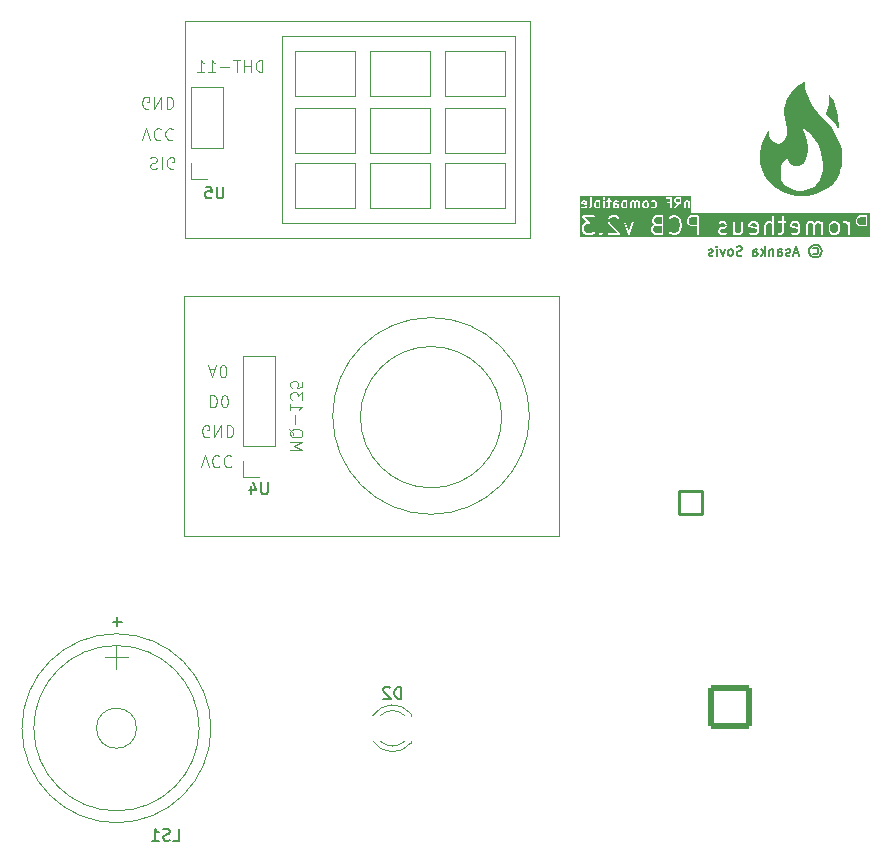
<source format=gbr>
%TF.GenerationSoftware,KiCad,Pcbnew,7.0.6*%
%TF.CreationDate,2023-11-14T23:27:57+05:30*%
%TF.ProjectId,Prometheus v2.0,50726f6d-6574-4686-9575-732076322e30,2.3*%
%TF.SameCoordinates,Original*%
%TF.FileFunction,Legend,Bot*%
%TF.FilePolarity,Positive*%
%FSLAX46Y46*%
G04 Gerber Fmt 4.6, Leading zero omitted, Abs format (unit mm)*
G04 Created by KiCad (PCBNEW 7.0.6) date 2023-11-14 23:27:57*
%MOMM*%
%LPD*%
G01*
G04 APERTURE LIST*
G04 Aperture macros list*
%AMRoundRect*
0 Rectangle with rounded corners*
0 $1 Rounding radius*
0 $2 $3 $4 $5 $6 $7 $8 $9 X,Y pos of 4 corners*
0 Add a 4 corners polygon primitive as box body*
4,1,4,$2,$3,$4,$5,$6,$7,$8,$9,$2,$3,0*
0 Add four circle primitives for the rounded corners*
1,1,$1+$1,$2,$3*
1,1,$1+$1,$4,$5*
1,1,$1+$1,$6,$7*
1,1,$1+$1,$8,$9*
0 Add four rect primitives between the rounded corners*
20,1,$1+$1,$2,$3,$4,$5,0*
20,1,$1+$1,$4,$5,$6,$7,0*
20,1,$1+$1,$6,$7,$8,$9,0*
20,1,$1+$1,$8,$9,$2,$3,0*%
G04 Aperture macros list end*
%ADD10C,0.150000*%
%ADD11C,0.175000*%
%ADD12C,0.100000*%
%ADD13C,0.120000*%
%ADD14O,2.404000X4.604000*%
%ADD15O,2.204000X4.204000*%
%ADD16O,4.204000X2.204000*%
%ADD17RoundRect,0.102000X0.990000X-0.990000X0.990000X0.990000X-0.990000X0.990000X-0.990000X-0.990000X0*%
%ADD18C,2.184000*%
%ADD19C,2.139000*%
%ADD20C,2.900000*%
%ADD21C,5.000000*%
%ADD22R,1.935000X1.935000*%
%ADD23C,1.935000*%
%ADD24R,1.700000X1.700000*%
%ADD25O,1.700000X1.700000*%
%ADD26C,3.000000*%
%ADD27RoundRect,0.250002X-1.599998X1.599998X-1.599998X-1.599998X1.599998X-1.599998X1.599998X1.599998X0*%
%ADD28C,3.700000*%
%ADD29R,1.600000X1.600000*%
%ADD30O,1.600000X1.600000*%
%ADD31R,1.905000X2.000000*%
%ADD32O,1.905000X2.000000*%
%ADD33R,2.200000X2.200000*%
%ADD34O,2.200000X2.200000*%
%ADD35R,1.575000X1.575000*%
%ADD36C,1.575000*%
%ADD37R,1.800000X1.800000*%
%ADD38C,1.800000*%
%ADD39R,1.600200X1.600200*%
%ADD40C,1.600200*%
G04 APERTURE END LIST*
D10*
G36*
X164933459Y-80733628D02*
G01*
X164454735Y-80733628D01*
X164338599Y-80675560D01*
X164284383Y-80621344D01*
X164226316Y-80505209D01*
X164226316Y-80326332D01*
X164284383Y-80210197D01*
X164334686Y-80159894D01*
X164520629Y-80097914D01*
X164933459Y-80097914D01*
X164933459Y-80733628D01*
G37*
G36*
X164933459Y-79947914D02*
G01*
X164526164Y-79947914D01*
X164410028Y-79889845D01*
X164355811Y-79835629D01*
X164297744Y-79719494D01*
X164297744Y-79612047D01*
X164355811Y-79495912D01*
X164410028Y-79441696D01*
X164526164Y-79383628D01*
X164933459Y-79383628D01*
X164933459Y-79947914D01*
G37*
G36*
X172952557Y-79935958D02*
G01*
X173004887Y-80040618D01*
X173004887Y-80217143D01*
X172440602Y-80104285D01*
X172440602Y-80040618D01*
X172492931Y-79935958D01*
X172597592Y-79883628D01*
X172847897Y-79883628D01*
X172952557Y-79935958D01*
G37*
G36*
X176452557Y-79935958D02*
G01*
X176504887Y-80040618D01*
X176504887Y-80217143D01*
X175940602Y-80104285D01*
X175940602Y-80040618D01*
X175992931Y-79935958D01*
X176097592Y-79883628D01*
X176347897Y-79883628D01*
X176452557Y-79935958D01*
G37*
G36*
X179749746Y-79941696D02*
G01*
X179803963Y-79995912D01*
X179862030Y-80112046D01*
X179862030Y-80505209D01*
X179803962Y-80621344D01*
X179749746Y-80675560D01*
X179633611Y-80733628D01*
X179454735Y-80733628D01*
X179338600Y-80675561D01*
X179284384Y-80621344D01*
X179226316Y-80505208D01*
X179226316Y-80112047D01*
X179284383Y-79995912D01*
X179338600Y-79941695D01*
X179454735Y-79883628D01*
X179633611Y-79883628D01*
X179749746Y-79941696D01*
G37*
G36*
X167933459Y-80019342D02*
G01*
X167454735Y-80019342D01*
X167338599Y-79961274D01*
X167284383Y-79907058D01*
X167226316Y-79790923D01*
X167226316Y-79612046D01*
X167284382Y-79495912D01*
X167338599Y-79441696D01*
X167454735Y-79383628D01*
X167933459Y-79383628D01*
X167933459Y-80019342D01*
G37*
G36*
X182219173Y-80019342D02*
G01*
X181740449Y-80019342D01*
X181624313Y-79961274D01*
X181570097Y-79907058D01*
X181512030Y-79790923D01*
X181512030Y-79612046D01*
X181570096Y-79495912D01*
X181624313Y-79441696D01*
X181740449Y-79383628D01*
X182219173Y-79383628D01*
X182219173Y-80019342D01*
G37*
G36*
X182583459Y-81097914D02*
G01*
X158004887Y-81097914D01*
X158004887Y-80522914D01*
X158219173Y-80522914D01*
X158220706Y-80527127D01*
X158219665Y-80531489D01*
X158227091Y-80556455D01*
X158298520Y-80699312D01*
X158299709Y-80700437D01*
X158312569Y-80718804D01*
X158383998Y-80790233D01*
X158385479Y-80790923D01*
X158403490Y-80804282D01*
X158546347Y-80875710D01*
X158550800Y-80876222D01*
X158554236Y-80879105D01*
X158579888Y-80883628D01*
X159008459Y-80883628D01*
X159012672Y-80882094D01*
X159017033Y-80883136D01*
X159042000Y-80875710D01*
X159184857Y-80804282D01*
X159185982Y-80803092D01*
X159204349Y-80790233D01*
X159263918Y-80730664D01*
X159648031Y-80730664D01*
X159653073Y-80749483D01*
X159654772Y-80768897D01*
X159660445Y-80776999D01*
X159661308Y-80780218D01*
X159664037Y-80782129D01*
X159669712Y-80790233D01*
X159741141Y-80861661D01*
X159758798Y-80869894D01*
X159774763Y-80881073D01*
X159778179Y-80880774D01*
X159781150Y-80882489D01*
X159784530Y-80881892D01*
X159787638Y-80883342D01*
X159806458Y-80878299D01*
X159825870Y-80876601D01*
X159829683Y-80873931D01*
X159831674Y-80873580D01*
X159833795Y-80871051D01*
X159833972Y-80870927D01*
X159837193Y-80870065D01*
X159839105Y-80867333D01*
X159847207Y-80861661D01*
X159918635Y-80790233D01*
X159926869Y-80772574D01*
X159938046Y-80756612D01*
X159937456Y-80749869D01*
X159940316Y-80743737D01*
X159935274Y-80724918D01*
X159933576Y-80705504D01*
X159927901Y-80697399D01*
X159927039Y-80694182D01*
X159924309Y-80692271D01*
X159918635Y-80684167D01*
X159847207Y-80612738D01*
X159829550Y-80604504D01*
X159813586Y-80593326D01*
X159810168Y-80593624D01*
X159807198Y-80591910D01*
X159803818Y-80592505D01*
X159800711Y-80591057D01*
X159781894Y-80596098D01*
X159762478Y-80597797D01*
X159758663Y-80600468D01*
X159756674Y-80600819D01*
X159754553Y-80603345D01*
X159754373Y-80603471D01*
X159751156Y-80604334D01*
X159749244Y-80607063D01*
X159741141Y-80612738D01*
X159669712Y-80684167D01*
X159661479Y-80701822D01*
X159650300Y-80717789D01*
X159650890Y-80724532D01*
X159648031Y-80730664D01*
X159263918Y-80730664D01*
X159275778Y-80718804D01*
X159297459Y-80672307D01*
X159284182Y-80622753D01*
X159242157Y-80593326D01*
X159191049Y-80597797D01*
X159169712Y-80612738D01*
X159106889Y-80675560D01*
X158990754Y-80733628D01*
X158597593Y-80733628D01*
X158481457Y-80675560D01*
X158427240Y-80621343D01*
X158369173Y-80505208D01*
X158369173Y-80183476D01*
X158427240Y-80067341D01*
X158481457Y-80013124D01*
X158597593Y-79955057D01*
X158794173Y-79955057D01*
X158813172Y-79948141D01*
X158833009Y-79944219D01*
X158836759Y-79939556D01*
X158842382Y-79937510D01*
X158852492Y-79919998D01*
X158865166Y-79904244D01*
X158865042Y-79898262D01*
X158868034Y-79893081D01*
X158864522Y-79873167D01*
X158864104Y-79852952D01*
X158859664Y-79845618D01*
X158859125Y-79842557D01*
X158856456Y-79840317D01*
X158850616Y-79830669D01*
X158768831Y-79737200D01*
X160362030Y-79737200D01*
X160362590Y-79738738D01*
X160365879Y-79760917D01*
X160437308Y-79975202D01*
X160440095Y-79978714D01*
X160440486Y-79983181D01*
X160455426Y-80004518D01*
X161184536Y-80733628D01*
X160437030Y-80733628D01*
X160388821Y-80751175D01*
X160363169Y-80795604D01*
X160372078Y-80846128D01*
X160411378Y-80879105D01*
X160437030Y-80883628D01*
X161365602Y-80883628D01*
X161386813Y-80875907D01*
X161408620Y-80870065D01*
X161410588Y-80867254D01*
X161413811Y-80866081D01*
X161425100Y-80846527D01*
X161438046Y-80828039D01*
X161437747Y-80824623D01*
X161439463Y-80821652D01*
X161435541Y-80799414D01*
X161433575Y-80776932D01*
X161430905Y-80773118D01*
X161430554Y-80771128D01*
X161428025Y-80769006D01*
X161418635Y-80755595D01*
X160574011Y-79910971D01*
X160539745Y-79808174D01*
X161719174Y-79808174D01*
X161723542Y-79833853D01*
X162080685Y-80833853D01*
X162080993Y-80834224D01*
X162080996Y-80834705D01*
X162097344Y-80853951D01*
X162113425Y-80873352D01*
X162113896Y-80873438D01*
X162114209Y-80873806D01*
X162139129Y-80878044D01*
X162163893Y-80882566D01*
X162164310Y-80882328D01*
X162164786Y-80882409D01*
X162186604Y-80869635D01*
X162208477Y-80857183D01*
X162208643Y-80856733D01*
X162209059Y-80856490D01*
X162221947Y-80833853D01*
X162332997Y-80522914D01*
X164076316Y-80522914D01*
X164077849Y-80527127D01*
X164076808Y-80531488D01*
X164084234Y-80556455D01*
X164155662Y-80699312D01*
X164156851Y-80700437D01*
X164169711Y-80718804D01*
X164241140Y-80790233D01*
X164242621Y-80790923D01*
X164260632Y-80804282D01*
X164403489Y-80875710D01*
X164407942Y-80876222D01*
X164411378Y-80879105D01*
X164437030Y-80883628D01*
X165008459Y-80883628D01*
X165026767Y-80876964D01*
X165045959Y-80873580D01*
X165050309Y-80868395D01*
X165056668Y-80866081D01*
X165066410Y-80849207D01*
X165078936Y-80834280D01*
X165080653Y-80824537D01*
X165082320Y-80821652D01*
X165081741Y-80818369D01*
X165083459Y-80808628D01*
X165083459Y-79444949D01*
X165576602Y-79444949D01*
X165589879Y-79494503D01*
X165631905Y-79523930D01*
X165683012Y-79519458D01*
X165704349Y-79504518D01*
X165763258Y-79445608D01*
X165949200Y-79383628D01*
X166067717Y-79383628D01*
X166253659Y-79445609D01*
X166375391Y-79567341D01*
X166437694Y-79691947D01*
X166504887Y-79960718D01*
X166504887Y-80156537D01*
X166437694Y-80425308D01*
X166375391Y-80549915D01*
X166253658Y-80671647D01*
X166067717Y-80733628D01*
X165949200Y-80733628D01*
X165763258Y-80671648D01*
X165704349Y-80612738D01*
X165657853Y-80591057D01*
X165608298Y-80604334D01*
X165578872Y-80646359D01*
X165583342Y-80697467D01*
X165598283Y-80718804D01*
X165669711Y-80790233D01*
X165673774Y-80792127D01*
X165676122Y-80795949D01*
X165699027Y-80808351D01*
X165913313Y-80879779D01*
X165914947Y-80879734D01*
X165937030Y-80883628D01*
X166079887Y-80883628D01*
X166081425Y-80883067D01*
X166103604Y-80879779D01*
X166317890Y-80808351D01*
X166321402Y-80805563D01*
X166325869Y-80805173D01*
X166347206Y-80790233D01*
X166490063Y-80647375D01*
X166490755Y-80645890D01*
X166504112Y-80627883D01*
X166575541Y-80485026D01*
X166575947Y-80481497D01*
X166581220Y-80469675D01*
X166652648Y-80183961D01*
X166652287Y-80180512D01*
X166654887Y-80165771D01*
X166654887Y-79951485D01*
X166653701Y-79948227D01*
X166652648Y-79933295D01*
X166621481Y-79808628D01*
X167076316Y-79808628D01*
X167077849Y-79812841D01*
X167076808Y-79817202D01*
X167084234Y-79842169D01*
X167155662Y-79985026D01*
X167156851Y-79986151D01*
X167169711Y-80004518D01*
X167241140Y-80075947D01*
X167242621Y-80076637D01*
X167260632Y-80089996D01*
X167403489Y-80161424D01*
X167407942Y-80161936D01*
X167411378Y-80164819D01*
X167437030Y-80169342D01*
X167933459Y-80169342D01*
X167933459Y-80808628D01*
X167951006Y-80856837D01*
X167995435Y-80882489D01*
X168045959Y-80873580D01*
X168078936Y-80834280D01*
X168083459Y-80808628D01*
X168083459Y-80594342D01*
X169719173Y-80594342D01*
X169720706Y-80598555D01*
X169719665Y-80602916D01*
X169727091Y-80627883D01*
X169798520Y-80770741D01*
X169806673Y-80778460D01*
X169811140Y-80788765D01*
X169832061Y-80804282D01*
X169974918Y-80875710D01*
X169979371Y-80876222D01*
X169982807Y-80879105D01*
X170008459Y-80883628D01*
X170294173Y-80883628D01*
X170298386Y-80882094D01*
X170302747Y-80883136D01*
X170327714Y-80875710D01*
X170461879Y-80808628D01*
X171004888Y-80808628D01*
X171022435Y-80856837D01*
X171066864Y-80882489D01*
X171117388Y-80873580D01*
X171150365Y-80834280D01*
X171152585Y-80821687D01*
X171260632Y-80875710D01*
X171265085Y-80876222D01*
X171268521Y-80879105D01*
X171294173Y-80883628D01*
X171508459Y-80883628D01*
X171512672Y-80882094D01*
X171517033Y-80883136D01*
X171542000Y-80875710D01*
X171684857Y-80804282D01*
X171692576Y-80796128D01*
X171702881Y-80791662D01*
X171718398Y-80770741D01*
X171789827Y-80627883D01*
X171790339Y-80623429D01*
X171793222Y-80619994D01*
X171797745Y-80594342D01*
X171797745Y-80165771D01*
X172290602Y-80165771D01*
X172294840Y-80177415D01*
X172294557Y-80189805D01*
X172303343Y-80200775D01*
X172308149Y-80213980D01*
X172318878Y-80220174D01*
X172326626Y-80229849D01*
X172350893Y-80239315D01*
X173004887Y-80370113D01*
X173004887Y-80576637D01*
X172952557Y-80681298D01*
X172847897Y-80733628D01*
X172597592Y-80733628D01*
X172470571Y-80670118D01*
X172419604Y-80664253D01*
X172376791Y-80692520D01*
X172362165Y-80741694D01*
X172382568Y-80788765D01*
X172403489Y-80804282D01*
X172546346Y-80875710D01*
X172550799Y-80876222D01*
X172554235Y-80879105D01*
X172579887Y-80883628D01*
X172865602Y-80883628D01*
X172869815Y-80882094D01*
X172874176Y-80883136D01*
X172899143Y-80875710D01*
X173033308Y-80808628D01*
X173647745Y-80808628D01*
X173665292Y-80856837D01*
X173709721Y-80882489D01*
X173760245Y-80873580D01*
X173793222Y-80834280D01*
X173797745Y-80808628D01*
X173797745Y-80040618D01*
X173850074Y-79935958D01*
X173954735Y-79883628D01*
X174133611Y-79883628D01*
X174249746Y-79941696D01*
X174290602Y-79982551D01*
X174290602Y-80808628D01*
X174308149Y-80856837D01*
X174352578Y-80882489D01*
X174403102Y-80873580D01*
X174436079Y-80834280D01*
X174440602Y-80808628D01*
X174440602Y-80795604D01*
X174791741Y-80795604D01*
X174800650Y-80846128D01*
X174839950Y-80879105D01*
X174865602Y-80883628D01*
X175008459Y-80883628D01*
X175012672Y-80882094D01*
X175017033Y-80883136D01*
X175042000Y-80875710D01*
X175184857Y-80804282D01*
X175192576Y-80796128D01*
X175202881Y-80791662D01*
X175218398Y-80770741D01*
X175289827Y-80627883D01*
X175290339Y-80623429D01*
X175293222Y-80619994D01*
X175297745Y-80594342D01*
X175297745Y-80165771D01*
X175790602Y-80165771D01*
X175794840Y-80177415D01*
X175794557Y-80189805D01*
X175803343Y-80200775D01*
X175808149Y-80213980D01*
X175818878Y-80220174D01*
X175826626Y-80229849D01*
X175850893Y-80239315D01*
X176504887Y-80370113D01*
X176504887Y-80576637D01*
X176452557Y-80681298D01*
X176347897Y-80733628D01*
X176097592Y-80733628D01*
X175970571Y-80670118D01*
X175919604Y-80664253D01*
X175876791Y-80692520D01*
X175862165Y-80741694D01*
X175882568Y-80788765D01*
X175903489Y-80804282D01*
X176046346Y-80875710D01*
X176050799Y-80876222D01*
X176054235Y-80879105D01*
X176079887Y-80883628D01*
X176365602Y-80883628D01*
X176369815Y-80882094D01*
X176374176Y-80883136D01*
X176399143Y-80875710D01*
X176533308Y-80808628D01*
X177147744Y-80808628D01*
X177165291Y-80856837D01*
X177209720Y-80882489D01*
X177260244Y-80873580D01*
X177293221Y-80834280D01*
X177297744Y-80808628D01*
X177297744Y-80040619D01*
X177350074Y-79935958D01*
X177454735Y-79883628D01*
X177633611Y-79883628D01*
X177738271Y-79935958D01*
X177790602Y-80040619D01*
X177790602Y-80808628D01*
X177808149Y-80856837D01*
X177852578Y-80882489D01*
X177903102Y-80873580D01*
X177936079Y-80834280D01*
X177940602Y-80808628D01*
X177940601Y-80040618D01*
X177992931Y-79935958D01*
X178097592Y-79883628D01*
X178276468Y-79883628D01*
X178392603Y-79941696D01*
X178433459Y-79982551D01*
X178433459Y-80808628D01*
X178451006Y-80856837D01*
X178495435Y-80882489D01*
X178545959Y-80873580D01*
X178578936Y-80834280D01*
X178583459Y-80808628D01*
X178583459Y-80522914D01*
X179076316Y-80522914D01*
X179077849Y-80527127D01*
X179076808Y-80531489D01*
X179084234Y-80556455D01*
X179155663Y-80699312D01*
X179156849Y-80700435D01*
X179169712Y-80718804D01*
X179241140Y-80790233D01*
X179242621Y-80790924D01*
X179260632Y-80804282D01*
X179403489Y-80875710D01*
X179407942Y-80876222D01*
X179411378Y-80879105D01*
X179437030Y-80883628D01*
X179651316Y-80883628D01*
X179655529Y-80882094D01*
X179659890Y-80883136D01*
X179684857Y-80875710D01*
X179827714Y-80804282D01*
X179828839Y-80803092D01*
X179847206Y-80790233D01*
X179918635Y-80718804D01*
X179919325Y-80717322D01*
X179932684Y-80699312D01*
X180004112Y-80556455D01*
X180004624Y-80552001D01*
X180007507Y-80548566D01*
X180012030Y-80522914D01*
X180012030Y-80094342D01*
X180010496Y-80090129D01*
X180011539Y-80085768D01*
X180004112Y-80060801D01*
X179932684Y-79917944D01*
X179931496Y-79916819D01*
X179918635Y-79898452D01*
X179847206Y-79827024D01*
X179845724Y-79826333D01*
X179827714Y-79812975D01*
X179792972Y-79795604D01*
X180291740Y-79795604D01*
X180300649Y-79846128D01*
X180339949Y-79879105D01*
X180365601Y-79883628D01*
X180490753Y-79883628D01*
X180606889Y-79941696D01*
X180661105Y-79995912D01*
X180719173Y-80112047D01*
X180719173Y-80808628D01*
X180736720Y-80856837D01*
X180781149Y-80882489D01*
X180831673Y-80873580D01*
X180864650Y-80834280D01*
X180869173Y-80808628D01*
X180869173Y-79808628D01*
X181362030Y-79808628D01*
X181363563Y-79812841D01*
X181362522Y-79817202D01*
X181369948Y-79842169D01*
X181441376Y-79985026D01*
X181442565Y-79986151D01*
X181455425Y-80004518D01*
X181526854Y-80075947D01*
X181528335Y-80076637D01*
X181546346Y-80089996D01*
X181689203Y-80161424D01*
X181693656Y-80161936D01*
X181697092Y-80164819D01*
X181722744Y-80169342D01*
X182219173Y-80169342D01*
X182219173Y-80808628D01*
X182236720Y-80856837D01*
X182281149Y-80882489D01*
X182331673Y-80873580D01*
X182364650Y-80834280D01*
X182369173Y-80808628D01*
X182369173Y-79308628D01*
X182362509Y-79290319D01*
X182359125Y-79271128D01*
X182353940Y-79266777D01*
X182351626Y-79260419D01*
X182334752Y-79250676D01*
X182319825Y-79238151D01*
X182310082Y-79236433D01*
X182307197Y-79234767D01*
X182303914Y-79235345D01*
X182294173Y-79233628D01*
X181722744Y-79233628D01*
X181718530Y-79235161D01*
X181714169Y-79234120D01*
X181689203Y-79241546D01*
X181546346Y-79312975D01*
X181545222Y-79314161D01*
X181526854Y-79327024D01*
X181455425Y-79398452D01*
X181454733Y-79399933D01*
X181441376Y-79417944D01*
X181369948Y-79560801D01*
X181369435Y-79565254D01*
X181366553Y-79568690D01*
X181362030Y-79594342D01*
X181362030Y-79808628D01*
X180869173Y-79808628D01*
X180851626Y-79760419D01*
X180807197Y-79734767D01*
X180756673Y-79743676D01*
X180723696Y-79782976D01*
X180719173Y-79808628D01*
X180719173Y-79841848D01*
X180704349Y-79827024D01*
X180702867Y-79826333D01*
X180684857Y-79812975D01*
X180541999Y-79741546D01*
X180537545Y-79741033D01*
X180534110Y-79738151D01*
X180508458Y-79733628D01*
X180365601Y-79733628D01*
X180317392Y-79751175D01*
X180291740Y-79795604D01*
X179792972Y-79795604D01*
X179684857Y-79741546D01*
X179680403Y-79741033D01*
X179676968Y-79738151D01*
X179651316Y-79733628D01*
X179437030Y-79733628D01*
X179432816Y-79735161D01*
X179428455Y-79734120D01*
X179403489Y-79741546D01*
X179260632Y-79812975D01*
X179259506Y-79814164D01*
X179241140Y-79827024D01*
X179169712Y-79898452D01*
X179169021Y-79899933D01*
X179155663Y-79917944D01*
X179084234Y-80060801D01*
X179083721Y-80065254D01*
X179080839Y-80068690D01*
X179076316Y-80094342D01*
X179076316Y-80522914D01*
X178583459Y-80522914D01*
X178583459Y-79808628D01*
X178565912Y-79760419D01*
X178521483Y-79734767D01*
X178470959Y-79743676D01*
X178437982Y-79782976D01*
X178435761Y-79795570D01*
X178327714Y-79741546D01*
X178323260Y-79741033D01*
X178319825Y-79738151D01*
X178294173Y-79733628D01*
X178079887Y-79733628D01*
X178075673Y-79735161D01*
X178071312Y-79734120D01*
X178046346Y-79741546D01*
X177903489Y-79812975D01*
X177895769Y-79821128D01*
X177885465Y-79825595D01*
X177869948Y-79846516D01*
X177865601Y-79855209D01*
X177861255Y-79846516D01*
X177853101Y-79838795D01*
X177848635Y-79828492D01*
X177827714Y-79812975D01*
X177684857Y-79741546D01*
X177680403Y-79741033D01*
X177676968Y-79738151D01*
X177651316Y-79733628D01*
X177437030Y-79733628D01*
X177432816Y-79735161D01*
X177428455Y-79734120D01*
X177403489Y-79741546D01*
X177260632Y-79812975D01*
X177252911Y-79821128D01*
X177242608Y-79825595D01*
X177227091Y-79846516D01*
X177155662Y-79989373D01*
X177155149Y-79993826D01*
X177152267Y-79997262D01*
X177147744Y-80022914D01*
X177147744Y-80808628D01*
X176533308Y-80808628D01*
X176542000Y-80804282D01*
X176549719Y-80796128D01*
X176560024Y-80791662D01*
X176575541Y-80770741D01*
X176646969Y-80627882D01*
X176647481Y-80623429D01*
X176650364Y-80619994D01*
X176654887Y-80594342D01*
X176654887Y-80022914D01*
X176653353Y-80018701D01*
X176654396Y-80014340D01*
X176646969Y-79989373D01*
X176575541Y-79846516D01*
X176567387Y-79838795D01*
X176562921Y-79828492D01*
X176542000Y-79812975D01*
X176399143Y-79741546D01*
X176394689Y-79741033D01*
X176391254Y-79738151D01*
X176365602Y-79733628D01*
X176079887Y-79733628D01*
X176075673Y-79735161D01*
X176071312Y-79734120D01*
X176046346Y-79741546D01*
X175903489Y-79812975D01*
X175895769Y-79821128D01*
X175885465Y-79825595D01*
X175869948Y-79846516D01*
X175798520Y-79989373D01*
X175798007Y-79993826D01*
X175795125Y-79997262D01*
X175790602Y-80022914D01*
X175790602Y-80165771D01*
X175297745Y-80165771D01*
X175297745Y-79883628D01*
X175437030Y-79883628D01*
X175485239Y-79866081D01*
X175510891Y-79821652D01*
X175501982Y-79771128D01*
X175462682Y-79738151D01*
X175437030Y-79733628D01*
X175297745Y-79733628D01*
X175297745Y-79308628D01*
X175280198Y-79260419D01*
X175235769Y-79234767D01*
X175185245Y-79243676D01*
X175152268Y-79282976D01*
X175147745Y-79308628D01*
X175147745Y-79733628D01*
X174865602Y-79733628D01*
X174817393Y-79751175D01*
X174791741Y-79795604D01*
X174800650Y-79846128D01*
X174839950Y-79879105D01*
X174865602Y-79883628D01*
X175147745Y-79883628D01*
X175147745Y-80576636D01*
X175095414Y-80681298D01*
X174990754Y-80733628D01*
X174865602Y-80733628D01*
X174817393Y-80751175D01*
X174791741Y-80795604D01*
X174440602Y-80795604D01*
X174440602Y-79308628D01*
X174423055Y-79260419D01*
X174378626Y-79234767D01*
X174328102Y-79243676D01*
X174295125Y-79282976D01*
X174290602Y-79308628D01*
X174290602Y-79794418D01*
X174184857Y-79741546D01*
X174180403Y-79741033D01*
X174176968Y-79738151D01*
X174151316Y-79733628D01*
X173937030Y-79733628D01*
X173932816Y-79735161D01*
X173928455Y-79734120D01*
X173903489Y-79741546D01*
X173760632Y-79812975D01*
X173752912Y-79821128D01*
X173742608Y-79825595D01*
X173727091Y-79846516D01*
X173655663Y-79989373D01*
X173655150Y-79993826D01*
X173652268Y-79997262D01*
X173647745Y-80022914D01*
X173647745Y-80808628D01*
X173033308Y-80808628D01*
X173042000Y-80804282D01*
X173049719Y-80796128D01*
X173060024Y-80791662D01*
X173075541Y-80770741D01*
X173146969Y-80627882D01*
X173147481Y-80623429D01*
X173150364Y-80619994D01*
X173154887Y-80594342D01*
X173154887Y-80022914D01*
X173153353Y-80018701D01*
X173154396Y-80014340D01*
X173146969Y-79989373D01*
X173075541Y-79846516D01*
X173067387Y-79838795D01*
X173062921Y-79828492D01*
X173042000Y-79812975D01*
X172899143Y-79741546D01*
X172894689Y-79741033D01*
X172891254Y-79738151D01*
X172865602Y-79733628D01*
X172579887Y-79733628D01*
X172575673Y-79735161D01*
X172571312Y-79734120D01*
X172546346Y-79741546D01*
X172403489Y-79812975D01*
X172395769Y-79821128D01*
X172385465Y-79825595D01*
X172369948Y-79846516D01*
X172298520Y-79989373D01*
X172298007Y-79993826D01*
X172295125Y-79997262D01*
X172290602Y-80022914D01*
X172290602Y-80165771D01*
X171797745Y-80165771D01*
X171797745Y-79808628D01*
X171780198Y-79760419D01*
X171735769Y-79734767D01*
X171685245Y-79743676D01*
X171652268Y-79782976D01*
X171647745Y-79808628D01*
X171647745Y-80576637D01*
X171595414Y-80681298D01*
X171490754Y-80733628D01*
X171311878Y-80733628D01*
X171195743Y-80675561D01*
X171154888Y-80634705D01*
X171154888Y-79808628D01*
X171137341Y-79760419D01*
X171092912Y-79734767D01*
X171042388Y-79743676D01*
X171009411Y-79782976D01*
X171004888Y-79808628D01*
X171004888Y-80808628D01*
X170461879Y-80808628D01*
X170470571Y-80804282D01*
X170505843Y-80767028D01*
X170508918Y-80715817D01*
X170478355Y-80674612D01*
X170428456Y-80662691D01*
X170403489Y-80670118D01*
X170276468Y-80733628D01*
X170026164Y-80733628D01*
X169921503Y-80681298D01*
X169869173Y-80576636D01*
X169869173Y-80540619D01*
X169921503Y-80435958D01*
X170026164Y-80383628D01*
X170222745Y-80383628D01*
X170226958Y-80382094D01*
X170231319Y-80383136D01*
X170256286Y-80375710D01*
X170399143Y-80304282D01*
X170406862Y-80296128D01*
X170417167Y-80291662D01*
X170432684Y-80270741D01*
X170504112Y-80127882D01*
X170504624Y-80123429D01*
X170507507Y-80119994D01*
X170512030Y-80094342D01*
X170512030Y-80022914D01*
X170510496Y-80018701D01*
X170511539Y-80014340D01*
X170504112Y-79989373D01*
X170432684Y-79846516D01*
X170424530Y-79838795D01*
X170420064Y-79828492D01*
X170399143Y-79812975D01*
X170256286Y-79741546D01*
X170251832Y-79741033D01*
X170248397Y-79738151D01*
X170222745Y-79733628D01*
X170008459Y-79733628D01*
X170004245Y-79735161D01*
X169999884Y-79734120D01*
X169974918Y-79741546D01*
X169832061Y-79812975D01*
X169796789Y-79850229D01*
X169793714Y-79901440D01*
X169824278Y-79942646D01*
X169874177Y-79954565D01*
X169899143Y-79947139D01*
X170026164Y-79883628D01*
X170205040Y-79883628D01*
X170309700Y-79935958D01*
X170362030Y-80040618D01*
X170362030Y-80076637D01*
X170309700Y-80181298D01*
X170205040Y-80233628D01*
X170008459Y-80233628D01*
X170004245Y-80235161D01*
X169999884Y-80234120D01*
X169974918Y-80241546D01*
X169832061Y-80312975D01*
X169824340Y-80321128D01*
X169814037Y-80325595D01*
X169798520Y-80346516D01*
X169727091Y-80489373D01*
X169726578Y-80493826D01*
X169723696Y-80497262D01*
X169719173Y-80522914D01*
X169719173Y-80594342D01*
X168083459Y-80594342D01*
X168083459Y-79308628D01*
X168076795Y-79290319D01*
X168073411Y-79271128D01*
X168068226Y-79266777D01*
X168065912Y-79260419D01*
X168049038Y-79250676D01*
X168034111Y-79238151D01*
X168024368Y-79236433D01*
X168021483Y-79234767D01*
X168018200Y-79235345D01*
X168008459Y-79233628D01*
X167437030Y-79233628D01*
X167432816Y-79235161D01*
X167428455Y-79234120D01*
X167403489Y-79241546D01*
X167260632Y-79312975D01*
X167259508Y-79314161D01*
X167241140Y-79327024D01*
X167169711Y-79398452D01*
X167169019Y-79399933D01*
X167155662Y-79417944D01*
X167084234Y-79560801D01*
X167083721Y-79565254D01*
X167080839Y-79568690D01*
X167076316Y-79594342D01*
X167076316Y-79808628D01*
X166621481Y-79808628D01*
X166581220Y-79647581D01*
X166579231Y-79644636D01*
X166575541Y-79632230D01*
X166504112Y-79489373D01*
X166502922Y-79488247D01*
X166490063Y-79469881D01*
X166347206Y-79327024D01*
X166343142Y-79325129D01*
X166340795Y-79321308D01*
X166317890Y-79308906D01*
X166103604Y-79237477D01*
X166101969Y-79237521D01*
X166079887Y-79233628D01*
X165937030Y-79233628D01*
X165935492Y-79234187D01*
X165913312Y-79237477D01*
X165699027Y-79308906D01*
X165695514Y-79311693D01*
X165691048Y-79312084D01*
X165669711Y-79327024D01*
X165598283Y-79398452D01*
X165576602Y-79444949D01*
X165083459Y-79444949D01*
X165083459Y-79308628D01*
X165076795Y-79290319D01*
X165073411Y-79271128D01*
X165068226Y-79266777D01*
X165065912Y-79260419D01*
X165049038Y-79250676D01*
X165034111Y-79238151D01*
X165024368Y-79236433D01*
X165021483Y-79234767D01*
X165018200Y-79235345D01*
X165008459Y-79233628D01*
X164508459Y-79233628D01*
X164504245Y-79235161D01*
X164499884Y-79234120D01*
X164474918Y-79241546D01*
X164332061Y-79312975D01*
X164330937Y-79314161D01*
X164312569Y-79327024D01*
X164241140Y-79398452D01*
X164240448Y-79399933D01*
X164227091Y-79417944D01*
X164155662Y-79560801D01*
X164155149Y-79565254D01*
X164152267Y-79568690D01*
X164147744Y-79594342D01*
X164147744Y-79737200D01*
X164149277Y-79741413D01*
X164148236Y-79745775D01*
X164155662Y-79770741D01*
X164227091Y-79913598D01*
X164228278Y-79914722D01*
X164241140Y-79933090D01*
X164312569Y-80004518D01*
X164314053Y-80005210D01*
X164317261Y-80007589D01*
X164270456Y-80023191D01*
X164266945Y-80025977D01*
X164262477Y-80026368D01*
X164241140Y-80041309D01*
X164169711Y-80112738D01*
X164169020Y-80114219D01*
X164155662Y-80132230D01*
X164084234Y-80275087D01*
X164083721Y-80279540D01*
X164080839Y-80282976D01*
X164076316Y-80308628D01*
X164076316Y-80522914D01*
X162332997Y-80522914D01*
X162579090Y-79833853D01*
X162578779Y-79782551D01*
X162545566Y-79743451D01*
X162494989Y-79734847D01*
X162450716Y-79760767D01*
X162437828Y-79783403D01*
X162151316Y-80585636D01*
X161864804Y-79783403D01*
X161832064Y-79743904D01*
X161781596Y-79734690D01*
X161737012Y-79760073D01*
X161719174Y-79808174D01*
X160539745Y-79808174D01*
X160512030Y-79725029D01*
X160512030Y-79612047D01*
X160570097Y-79495912D01*
X160624314Y-79441696D01*
X160740450Y-79383628D01*
X161062183Y-79383628D01*
X161178317Y-79441695D01*
X161241140Y-79504518D01*
X161287636Y-79526199D01*
X161337191Y-79512922D01*
X161366617Y-79470896D01*
X161362146Y-79419789D01*
X161347206Y-79398452D01*
X161275778Y-79327024D01*
X161274296Y-79326333D01*
X161256286Y-79312975D01*
X161113429Y-79241546D01*
X161108975Y-79241033D01*
X161105540Y-79238151D01*
X161079888Y-79233628D01*
X160722745Y-79233628D01*
X160718531Y-79235161D01*
X160714170Y-79234120D01*
X160689204Y-79241546D01*
X160546347Y-79312975D01*
X160545223Y-79314161D01*
X160526855Y-79327024D01*
X160455426Y-79398452D01*
X160454734Y-79399933D01*
X160441377Y-79417944D01*
X160369948Y-79560801D01*
X160369435Y-79565254D01*
X160366553Y-79568690D01*
X160362030Y-79594342D01*
X160362030Y-79737200D01*
X158768831Y-79737200D01*
X158459455Y-79383628D01*
X159222745Y-79383628D01*
X159270954Y-79366081D01*
X159296606Y-79321652D01*
X159287697Y-79271128D01*
X159248397Y-79238151D01*
X159222745Y-79233628D01*
X158294173Y-79233628D01*
X158275173Y-79240543D01*
X158255337Y-79244466D01*
X158251586Y-79249128D01*
X158245964Y-79251175D01*
X158235853Y-79268686D01*
X158223180Y-79284441D01*
X158223303Y-79290422D01*
X158220312Y-79295604D01*
X158223823Y-79315517D01*
X158224242Y-79335732D01*
X158228681Y-79343065D01*
X158229221Y-79346128D01*
X158231890Y-79348367D01*
X158237730Y-79358016D01*
X158628890Y-79805057D01*
X158579888Y-79805057D01*
X158575675Y-79806590D01*
X158571314Y-79805548D01*
X158546347Y-79812975D01*
X158403490Y-79884403D01*
X158402366Y-79885589D01*
X158383998Y-79898452D01*
X158312569Y-79969881D01*
X158311878Y-79971362D01*
X158298520Y-79989373D01*
X158227091Y-80132230D01*
X158226578Y-80136683D01*
X158223696Y-80140119D01*
X158219173Y-80165771D01*
X158219173Y-80522914D01*
X158004887Y-80522914D01*
X158004887Y-79019342D01*
X182583459Y-79019342D01*
X182583459Y-81097914D01*
G37*
D11*
X177796773Y-82033471D02*
X177872964Y-81995376D01*
X177872964Y-81995376D02*
X178025345Y-81995376D01*
X178025345Y-81995376D02*
X178101535Y-82033471D01*
X178101535Y-82033471D02*
X178177726Y-82109661D01*
X178177726Y-82109661D02*
X178215821Y-82185852D01*
X178215821Y-82185852D02*
X178215821Y-82338233D01*
X178215821Y-82338233D02*
X178177726Y-82414423D01*
X178177726Y-82414423D02*
X178101535Y-82490614D01*
X178101535Y-82490614D02*
X178025345Y-82528709D01*
X178025345Y-82528709D02*
X177872964Y-82528709D01*
X177872964Y-82528709D02*
X177796773Y-82490614D01*
X177949154Y-81728709D02*
X178139630Y-81766804D01*
X178139630Y-81766804D02*
X178330107Y-81881090D01*
X178330107Y-81881090D02*
X178444392Y-82071566D01*
X178444392Y-82071566D02*
X178482488Y-82262042D01*
X178482488Y-82262042D02*
X178444392Y-82452519D01*
X178444392Y-82452519D02*
X178330107Y-82642995D01*
X178330107Y-82642995D02*
X178139630Y-82757280D01*
X178139630Y-82757280D02*
X177949154Y-82795376D01*
X177949154Y-82795376D02*
X177758678Y-82757280D01*
X177758678Y-82757280D02*
X177568202Y-82642995D01*
X177568202Y-82642995D02*
X177453916Y-82452519D01*
X177453916Y-82452519D02*
X177415821Y-82262042D01*
X177415821Y-82262042D02*
X177453916Y-82071566D01*
X177453916Y-82071566D02*
X177568202Y-81881090D01*
X177568202Y-81881090D02*
X177758678Y-81766804D01*
X177758678Y-81766804D02*
X177949154Y-81728709D01*
X176501535Y-82414423D02*
X176120582Y-82414423D01*
X176577725Y-82642995D02*
X176311058Y-81842995D01*
X176311058Y-81842995D02*
X176044392Y-82642995D01*
X175815821Y-82604900D02*
X175739630Y-82642995D01*
X175739630Y-82642995D02*
X175587249Y-82642995D01*
X175587249Y-82642995D02*
X175511059Y-82604900D01*
X175511059Y-82604900D02*
X175472963Y-82528709D01*
X175472963Y-82528709D02*
X175472963Y-82490614D01*
X175472963Y-82490614D02*
X175511059Y-82414423D01*
X175511059Y-82414423D02*
X175587249Y-82376328D01*
X175587249Y-82376328D02*
X175701535Y-82376328D01*
X175701535Y-82376328D02*
X175777725Y-82338233D01*
X175777725Y-82338233D02*
X175815821Y-82262042D01*
X175815821Y-82262042D02*
X175815821Y-82223947D01*
X175815821Y-82223947D02*
X175777725Y-82147757D01*
X175777725Y-82147757D02*
X175701535Y-82109661D01*
X175701535Y-82109661D02*
X175587249Y-82109661D01*
X175587249Y-82109661D02*
X175511059Y-82147757D01*
X174787249Y-82642995D02*
X174787249Y-82223947D01*
X174787249Y-82223947D02*
X174825344Y-82147757D01*
X174825344Y-82147757D02*
X174901535Y-82109661D01*
X174901535Y-82109661D02*
X175053916Y-82109661D01*
X175053916Y-82109661D02*
X175130106Y-82147757D01*
X174787249Y-82604900D02*
X174863440Y-82642995D01*
X174863440Y-82642995D02*
X175053916Y-82642995D01*
X175053916Y-82642995D02*
X175130106Y-82604900D01*
X175130106Y-82604900D02*
X175168202Y-82528709D01*
X175168202Y-82528709D02*
X175168202Y-82452519D01*
X175168202Y-82452519D02*
X175130106Y-82376328D01*
X175130106Y-82376328D02*
X175053916Y-82338233D01*
X175053916Y-82338233D02*
X174863440Y-82338233D01*
X174863440Y-82338233D02*
X174787249Y-82300138D01*
X174406296Y-82109661D02*
X174406296Y-82642995D01*
X174406296Y-82185852D02*
X174368201Y-82147757D01*
X174368201Y-82147757D02*
X174292011Y-82109661D01*
X174292011Y-82109661D02*
X174177725Y-82109661D01*
X174177725Y-82109661D02*
X174101534Y-82147757D01*
X174101534Y-82147757D02*
X174063439Y-82223947D01*
X174063439Y-82223947D02*
X174063439Y-82642995D01*
X173682486Y-82642995D02*
X173682486Y-81842995D01*
X173606296Y-82338233D02*
X173377724Y-82642995D01*
X173377724Y-82109661D02*
X173682486Y-82414423D01*
X172692010Y-82642995D02*
X172692010Y-82223947D01*
X172692010Y-82223947D02*
X172730105Y-82147757D01*
X172730105Y-82147757D02*
X172806296Y-82109661D01*
X172806296Y-82109661D02*
X172958677Y-82109661D01*
X172958677Y-82109661D02*
X173034867Y-82147757D01*
X172692010Y-82604900D02*
X172768201Y-82642995D01*
X172768201Y-82642995D02*
X172958677Y-82642995D01*
X172958677Y-82642995D02*
X173034867Y-82604900D01*
X173034867Y-82604900D02*
X173072963Y-82528709D01*
X173072963Y-82528709D02*
X173072963Y-82452519D01*
X173072963Y-82452519D02*
X173034867Y-82376328D01*
X173034867Y-82376328D02*
X172958677Y-82338233D01*
X172958677Y-82338233D02*
X172768201Y-82338233D01*
X172768201Y-82338233D02*
X172692010Y-82300138D01*
X171739629Y-82604900D02*
X171625343Y-82642995D01*
X171625343Y-82642995D02*
X171434867Y-82642995D01*
X171434867Y-82642995D02*
X171358676Y-82604900D01*
X171358676Y-82604900D02*
X171320581Y-82566804D01*
X171320581Y-82566804D02*
X171282486Y-82490614D01*
X171282486Y-82490614D02*
X171282486Y-82414423D01*
X171282486Y-82414423D02*
X171320581Y-82338233D01*
X171320581Y-82338233D02*
X171358676Y-82300138D01*
X171358676Y-82300138D02*
X171434867Y-82262042D01*
X171434867Y-82262042D02*
X171587248Y-82223947D01*
X171587248Y-82223947D02*
X171663438Y-82185852D01*
X171663438Y-82185852D02*
X171701533Y-82147757D01*
X171701533Y-82147757D02*
X171739629Y-82071566D01*
X171739629Y-82071566D02*
X171739629Y-81995376D01*
X171739629Y-81995376D02*
X171701533Y-81919185D01*
X171701533Y-81919185D02*
X171663438Y-81881090D01*
X171663438Y-81881090D02*
X171587248Y-81842995D01*
X171587248Y-81842995D02*
X171396771Y-81842995D01*
X171396771Y-81842995D02*
X171282486Y-81881090D01*
X170825343Y-82642995D02*
X170901533Y-82604900D01*
X170901533Y-82604900D02*
X170939628Y-82566804D01*
X170939628Y-82566804D02*
X170977724Y-82490614D01*
X170977724Y-82490614D02*
X170977724Y-82262042D01*
X170977724Y-82262042D02*
X170939628Y-82185852D01*
X170939628Y-82185852D02*
X170901533Y-82147757D01*
X170901533Y-82147757D02*
X170825343Y-82109661D01*
X170825343Y-82109661D02*
X170711057Y-82109661D01*
X170711057Y-82109661D02*
X170634866Y-82147757D01*
X170634866Y-82147757D02*
X170596771Y-82185852D01*
X170596771Y-82185852D02*
X170558676Y-82262042D01*
X170558676Y-82262042D02*
X170558676Y-82490614D01*
X170558676Y-82490614D02*
X170596771Y-82566804D01*
X170596771Y-82566804D02*
X170634866Y-82604900D01*
X170634866Y-82604900D02*
X170711057Y-82642995D01*
X170711057Y-82642995D02*
X170825343Y-82642995D01*
X170292009Y-82109661D02*
X170101533Y-82642995D01*
X170101533Y-82642995D02*
X169911056Y-82109661D01*
X169606294Y-82642995D02*
X169606294Y-82109661D01*
X169606294Y-81842995D02*
X169644390Y-81881090D01*
X169644390Y-81881090D02*
X169606294Y-81919185D01*
X169606294Y-81919185D02*
X169568199Y-81881090D01*
X169568199Y-81881090D02*
X169606294Y-81842995D01*
X169606294Y-81842995D02*
X169606294Y-81919185D01*
X169263438Y-82604900D02*
X169187247Y-82642995D01*
X169187247Y-82642995D02*
X169034866Y-82642995D01*
X169034866Y-82642995D02*
X168958676Y-82604900D01*
X168958676Y-82604900D02*
X168920580Y-82528709D01*
X168920580Y-82528709D02*
X168920580Y-82490614D01*
X168920580Y-82490614D02*
X168958676Y-82414423D01*
X168958676Y-82414423D02*
X169034866Y-82376328D01*
X169034866Y-82376328D02*
X169149152Y-82376328D01*
X169149152Y-82376328D02*
X169225342Y-82338233D01*
X169225342Y-82338233D02*
X169263438Y-82262042D01*
X169263438Y-82262042D02*
X169263438Y-82223947D01*
X169263438Y-82223947D02*
X169225342Y-82147757D01*
X169225342Y-82147757D02*
X169149152Y-82109661D01*
X169149152Y-82109661D02*
X169034866Y-82109661D01*
X169034866Y-82109661D02*
X168958676Y-82147757D01*
D10*
G36*
X161890600Y-78115409D02*
G01*
X161890600Y-78479847D01*
X161871705Y-78489295D01*
X161754734Y-78489295D01*
X161705265Y-78464561D01*
X161684382Y-78443677D01*
X161659648Y-78394208D01*
X161659648Y-78201046D01*
X161684382Y-78151578D01*
X161705265Y-78130695D01*
X161754734Y-78105961D01*
X161871704Y-78105961D01*
X161890600Y-78115409D01*
G37*
G36*
X158481124Y-78124957D02*
G01*
X158500123Y-78162952D01*
X158500123Y-78206142D01*
X158270533Y-78160224D01*
X158288166Y-78124958D01*
X158326161Y-78105961D01*
X158443131Y-78105961D01*
X158481124Y-78124957D01*
G37*
G36*
X159604885Y-78115409D02*
G01*
X159604885Y-78479847D01*
X159585990Y-78489295D01*
X159469019Y-78489295D01*
X159419550Y-78464561D01*
X159398667Y-78443677D01*
X159373933Y-78394208D01*
X159373933Y-78201046D01*
X159398666Y-78151579D01*
X159419550Y-78130695D01*
X159469019Y-78105961D01*
X159585989Y-78105961D01*
X159604885Y-78115409D01*
G37*
G36*
X160975124Y-78334533D02*
G01*
X161147895Y-78334533D01*
X161185888Y-78353529D01*
X161204886Y-78391524D01*
X161204886Y-78432303D01*
X161185888Y-78470298D01*
X161147895Y-78489295D01*
X160992829Y-78489295D01*
X160973933Y-78479847D01*
X160973933Y-78334323D01*
X160975124Y-78334533D01*
G37*
G36*
X163673554Y-78130695D02*
G01*
X163694437Y-78151578D01*
X163719173Y-78201047D01*
X163719173Y-78394208D01*
X163694437Y-78443678D01*
X163673554Y-78464561D01*
X163624087Y-78489295D01*
X163545211Y-78489295D01*
X163495742Y-78464561D01*
X163474859Y-78443677D01*
X163450125Y-78394209D01*
X163450125Y-78201046D01*
X163474859Y-78151578D01*
X163495742Y-78130695D01*
X163545211Y-78105961D01*
X163624086Y-78105961D01*
X163673554Y-78130695D01*
G37*
G36*
X166462029Y-78108342D02*
G01*
X166249972Y-78108342D01*
X166200504Y-78083608D01*
X166179621Y-78062725D01*
X166154886Y-78013255D01*
X166154886Y-77934381D01*
X166179621Y-77884911D01*
X166200504Y-77864029D01*
X166249972Y-77839295D01*
X166462029Y-77839295D01*
X166462029Y-78108342D01*
G37*
G36*
X167450125Y-79019108D02*
G01*
X158004884Y-79019108D01*
X158004884Y-78221438D01*
X158119170Y-78221438D01*
X158123408Y-78233082D01*
X158123125Y-78245472D01*
X158131910Y-78256442D01*
X158136717Y-78269647D01*
X158147448Y-78275842D01*
X158155195Y-78285516D01*
X158179461Y-78294982D01*
X158500123Y-78359113D01*
X158500123Y-78432303D01*
X158481125Y-78470298D01*
X158443132Y-78489295D01*
X158326161Y-78489295D01*
X158265806Y-78459118D01*
X158214839Y-78453253D01*
X158172026Y-78481520D01*
X158157400Y-78530694D01*
X158177803Y-78577765D01*
X158198724Y-78593282D01*
X158274915Y-78631377D01*
X158279368Y-78631889D01*
X158282804Y-78634772D01*
X158308456Y-78639295D01*
X158460837Y-78639295D01*
X158465050Y-78637761D01*
X158469411Y-78638803D01*
X158494378Y-78631377D01*
X158570568Y-78593282D01*
X158577766Y-78585678D01*
X158769902Y-78585678D01*
X158800466Y-78626883D01*
X158850364Y-78638803D01*
X158875331Y-78631377D01*
X158951521Y-78593282D01*
X158959240Y-78585128D01*
X158969545Y-78580662D01*
X158985062Y-78559741D01*
X159023157Y-78483550D01*
X159023669Y-78479096D01*
X159026552Y-78475661D01*
X159031075Y-78450009D01*
X159031075Y-78411914D01*
X159223933Y-78411914D01*
X159225466Y-78416127D01*
X159224425Y-78420488D01*
X159231851Y-78445455D01*
X159269946Y-78521645D01*
X159271134Y-78522770D01*
X159283994Y-78541136D01*
X159322089Y-78579232D01*
X159323570Y-78579922D01*
X159341582Y-78593282D01*
X159417773Y-78631377D01*
X159422226Y-78631889D01*
X159425662Y-78634772D01*
X159451314Y-78639295D01*
X159603695Y-78639295D01*
X159607908Y-78637761D01*
X159612269Y-78638803D01*
X159637236Y-78631377D01*
X159646820Y-78626584D01*
X159666861Y-78638156D01*
X159717385Y-78629247D01*
X159750362Y-78589947D01*
X159754885Y-78564295D01*
X159985837Y-78564295D01*
X160003384Y-78612504D01*
X160047813Y-78638156D01*
X160098337Y-78629247D01*
X160131314Y-78589947D01*
X160135837Y-78564295D01*
X160135837Y-78551271D01*
X160253643Y-78551271D01*
X160262552Y-78601795D01*
X160301852Y-78634772D01*
X160327504Y-78639295D01*
X160403695Y-78639295D01*
X160407908Y-78637761D01*
X160412269Y-78638803D01*
X160437236Y-78631377D01*
X160513426Y-78593282D01*
X160521145Y-78585128D01*
X160531450Y-78580662D01*
X160543589Y-78564295D01*
X160823933Y-78564295D01*
X160841480Y-78612504D01*
X160885909Y-78638156D01*
X160936433Y-78629247D01*
X160936696Y-78628933D01*
X160941583Y-78631377D01*
X160946036Y-78631889D01*
X160949472Y-78634772D01*
X160975124Y-78639295D01*
X161165600Y-78639295D01*
X161169813Y-78637761D01*
X161174174Y-78638803D01*
X161199141Y-78631377D01*
X161275331Y-78593282D01*
X161283051Y-78585127D01*
X161293354Y-78580662D01*
X161308872Y-78559741D01*
X161346968Y-78483551D01*
X161347480Y-78479096D01*
X161350363Y-78475661D01*
X161354886Y-78450009D01*
X161354886Y-78411914D01*
X161509648Y-78411914D01*
X161511181Y-78416127D01*
X161510140Y-78420488D01*
X161517566Y-78445455D01*
X161555661Y-78521645D01*
X161556849Y-78522770D01*
X161569709Y-78541136D01*
X161607804Y-78579232D01*
X161609285Y-78579922D01*
X161627297Y-78593282D01*
X161703488Y-78631377D01*
X161707941Y-78631889D01*
X161711377Y-78634772D01*
X161737029Y-78639295D01*
X161889410Y-78639295D01*
X161890600Y-78638861D01*
X161890600Y-78830961D01*
X161908147Y-78879170D01*
X161952576Y-78904822D01*
X162003100Y-78895913D01*
X162036077Y-78856613D01*
X162040600Y-78830961D01*
X162040600Y-78564295D01*
X162271553Y-78564295D01*
X162289100Y-78612504D01*
X162333529Y-78638156D01*
X162384053Y-78629247D01*
X162417030Y-78589947D01*
X162421553Y-78564295D01*
X162421553Y-78162951D01*
X162440549Y-78124958D01*
X162478544Y-78105961D01*
X162557419Y-78105961D01*
X162595413Y-78124958D01*
X162614410Y-78162951D01*
X162614410Y-78564295D01*
X162631957Y-78612504D01*
X162676386Y-78638156D01*
X162726910Y-78629247D01*
X162759887Y-78589947D01*
X162764410Y-78564295D01*
X162764410Y-78162951D01*
X162783406Y-78124958D01*
X162821401Y-78105961D01*
X162900276Y-78105961D01*
X162949744Y-78130695D01*
X162957267Y-78138218D01*
X162957267Y-78564295D01*
X162974814Y-78612504D01*
X163019243Y-78638156D01*
X163069767Y-78629247D01*
X163102744Y-78589947D01*
X163107267Y-78564295D01*
X163107267Y-78411914D01*
X163300125Y-78411914D01*
X163301658Y-78416127D01*
X163300617Y-78420488D01*
X163308043Y-78445455D01*
X163346138Y-78521645D01*
X163347326Y-78522770D01*
X163360186Y-78541136D01*
X163398281Y-78579232D01*
X163399762Y-78579922D01*
X163417774Y-78593282D01*
X163493965Y-78631377D01*
X163498418Y-78631889D01*
X163501854Y-78634772D01*
X163527506Y-78639295D01*
X163641792Y-78639295D01*
X163646005Y-78637761D01*
X163650366Y-78638803D01*
X163675333Y-78631377D01*
X163751523Y-78593282D01*
X163752647Y-78592094D01*
X163771016Y-78579232D01*
X163809111Y-78541136D01*
X163809802Y-78539652D01*
X163816447Y-78530694D01*
X164024069Y-78530694D01*
X164044472Y-78577765D01*
X164065393Y-78593282D01*
X164141584Y-78631377D01*
X164146037Y-78631889D01*
X164149473Y-78634772D01*
X164175125Y-78639295D01*
X164327506Y-78639295D01*
X164331719Y-78637761D01*
X164336080Y-78638803D01*
X164361047Y-78631377D01*
X164437237Y-78593282D01*
X164438361Y-78592094D01*
X164456730Y-78579232D01*
X164494825Y-78541136D01*
X164495516Y-78539652D01*
X164508873Y-78521646D01*
X164546968Y-78445456D01*
X164547480Y-78441002D01*
X164550364Y-78437566D01*
X164554887Y-78411914D01*
X164554887Y-78183342D01*
X164553353Y-78179127D01*
X164554395Y-78174766D01*
X164546968Y-78149800D01*
X164508873Y-78073610D01*
X164507681Y-78072482D01*
X164494824Y-78054119D01*
X164456729Y-78016024D01*
X164455244Y-78015331D01*
X164437237Y-78001975D01*
X164361048Y-77963879D01*
X164356593Y-77963366D01*
X164353158Y-77960484D01*
X164327506Y-77955961D01*
X164175125Y-77955961D01*
X164170911Y-77957494D01*
X164166550Y-77956453D01*
X164141583Y-77963879D01*
X164065393Y-78001975D01*
X164030121Y-78039230D01*
X164027046Y-78090440D01*
X164057610Y-78131646D01*
X164107509Y-78143565D01*
X164132475Y-78136139D01*
X164192830Y-78105961D01*
X164309800Y-78105961D01*
X164359268Y-78130695D01*
X164380151Y-78151578D01*
X164404887Y-78201047D01*
X164404887Y-78394208D01*
X164380151Y-78443678D01*
X164359268Y-78464561D01*
X164309801Y-78489295D01*
X164192830Y-78489295D01*
X164132475Y-78459118D01*
X164081508Y-78453253D01*
X164038695Y-78481520D01*
X164024069Y-78530694D01*
X163816447Y-78530694D01*
X163823159Y-78521646D01*
X163861254Y-78445456D01*
X163861766Y-78441002D01*
X163864650Y-78437566D01*
X163869173Y-78411914D01*
X163869173Y-78183342D01*
X163867639Y-78179127D01*
X163868681Y-78174766D01*
X163861254Y-78149800D01*
X163823159Y-78073610D01*
X163821967Y-78072482D01*
X163809110Y-78054119D01*
X163771015Y-78016024D01*
X163769530Y-78015331D01*
X163751523Y-78001975D01*
X163675334Y-77963879D01*
X163670879Y-77963366D01*
X163667444Y-77960484D01*
X163641792Y-77955961D01*
X163527506Y-77955961D01*
X163523292Y-77957494D01*
X163518931Y-77956453D01*
X163493964Y-77963879D01*
X163417774Y-78001975D01*
X163416648Y-78003164D01*
X163398282Y-78016024D01*
X163360187Y-78054119D01*
X163359496Y-78055600D01*
X163346138Y-78073611D01*
X163308043Y-78149801D01*
X163307530Y-78154254D01*
X163304648Y-78157690D01*
X163300125Y-78183342D01*
X163300125Y-78411914D01*
X163107267Y-78411914D01*
X163107267Y-78030961D01*
X163089720Y-77982752D01*
X163045291Y-77957100D01*
X162994767Y-77966009D01*
X162983245Y-77979740D01*
X162951524Y-77963879D01*
X162947069Y-77963366D01*
X162943634Y-77960484D01*
X162917982Y-77955961D01*
X162803696Y-77955961D01*
X162799482Y-77957494D01*
X162795121Y-77956453D01*
X162770154Y-77963879D01*
X162693964Y-78001975D01*
X162690206Y-78005943D01*
X162684856Y-78001975D01*
X162608665Y-77963879D01*
X162604211Y-77963366D01*
X162600776Y-77960484D01*
X162575124Y-77955961D01*
X162460839Y-77955961D01*
X162456625Y-77957494D01*
X162452264Y-77956453D01*
X162427297Y-77963879D01*
X162351107Y-78001975D01*
X162343387Y-78010128D01*
X162333083Y-78014595D01*
X162317566Y-78035516D01*
X162279471Y-78111706D01*
X162278958Y-78116159D01*
X162276076Y-78119595D01*
X162271553Y-78145247D01*
X162271553Y-78564295D01*
X162040600Y-78564295D01*
X162040600Y-78030961D01*
X162023053Y-77982752D01*
X161978624Y-77957100D01*
X161928100Y-77966009D01*
X161927837Y-77966321D01*
X161922952Y-77963879D01*
X161918497Y-77963366D01*
X161915062Y-77960484D01*
X161889410Y-77955961D01*
X161737029Y-77955961D01*
X161732815Y-77957494D01*
X161728454Y-77956453D01*
X161703487Y-77963879D01*
X161627297Y-78001975D01*
X161626171Y-78003164D01*
X161607805Y-78016024D01*
X161569710Y-78054119D01*
X161569019Y-78055600D01*
X161555661Y-78073611D01*
X161517566Y-78149801D01*
X161517053Y-78154254D01*
X161514171Y-78157690D01*
X161509648Y-78183342D01*
X161509648Y-78411914D01*
X161354886Y-78411914D01*
X161354886Y-78373819D01*
X161353352Y-78369605D01*
X161354394Y-78365244D01*
X161346968Y-78340277D01*
X161308872Y-78264087D01*
X161300718Y-78256367D01*
X161296252Y-78246063D01*
X161275331Y-78230546D01*
X161199141Y-78192451D01*
X161194687Y-78191938D01*
X161191252Y-78189056D01*
X161165600Y-78184533D01*
X160992829Y-78184533D01*
X160973933Y-78175085D01*
X160973933Y-78162951D01*
X160992929Y-78124958D01*
X161030924Y-78105961D01*
X161147894Y-78105961D01*
X161208248Y-78136138D01*
X161259215Y-78142004D01*
X161302028Y-78113738D01*
X161316655Y-78064564D01*
X161296252Y-78017493D01*
X161275331Y-78001975D01*
X161199142Y-77963879D01*
X161194687Y-77963366D01*
X161191252Y-77960484D01*
X161165600Y-77955961D01*
X161013219Y-77955961D01*
X161009005Y-77957494D01*
X161004644Y-77956453D01*
X160979677Y-77963879D01*
X160903487Y-78001975D01*
X160895767Y-78010128D01*
X160885463Y-78014595D01*
X160869946Y-78035516D01*
X160831851Y-78111706D01*
X160831338Y-78116159D01*
X160828456Y-78119595D01*
X160823933Y-78145247D01*
X160823933Y-78564295D01*
X160543589Y-78564295D01*
X160546967Y-78559741D01*
X160585062Y-78483550D01*
X160585574Y-78479096D01*
X160588457Y-78475661D01*
X160592980Y-78450009D01*
X160592980Y-78105961D01*
X160632266Y-78105961D01*
X160680475Y-78088414D01*
X160706127Y-78043985D01*
X160697218Y-77993461D01*
X160657918Y-77960484D01*
X160632266Y-77955961D01*
X160592980Y-77955961D01*
X160592980Y-77764295D01*
X160588240Y-77751271D01*
X165282216Y-77751271D01*
X165291125Y-77801795D01*
X165330425Y-77834772D01*
X165356077Y-77839295D01*
X165662029Y-77839295D01*
X165662029Y-78070247D01*
X165470363Y-78070247D01*
X165422154Y-78087794D01*
X165396502Y-78132223D01*
X165405411Y-78182747D01*
X165444711Y-78215724D01*
X165470363Y-78220247D01*
X165662029Y-78220247D01*
X165662029Y-78564295D01*
X165679576Y-78612504D01*
X165724005Y-78638156D01*
X165774529Y-78629247D01*
X165807506Y-78589947D01*
X165812029Y-78564295D01*
X165812029Y-78030961D01*
X166004886Y-78030961D01*
X166006419Y-78035174D01*
X166005378Y-78039536D01*
X166012804Y-78064502D01*
X166050900Y-78140693D01*
X166052089Y-78141818D01*
X166064949Y-78160185D01*
X166103044Y-78198280D01*
X166104525Y-78198971D01*
X166122536Y-78212329D01*
X166198726Y-78250424D01*
X166203179Y-78250936D01*
X166206019Y-78253319D01*
X166018444Y-78521285D01*
X166005173Y-78570842D01*
X166026860Y-78617336D01*
X166073360Y-78639011D01*
X166122913Y-78625726D01*
X166141328Y-78607305D01*
X166385602Y-78258342D01*
X166462029Y-78258342D01*
X166462029Y-78564295D01*
X166479576Y-78612504D01*
X166524005Y-78638156D01*
X166574529Y-78629247D01*
X166607506Y-78589947D01*
X166612029Y-78564295D01*
X166842982Y-78564295D01*
X166860529Y-78612504D01*
X166904958Y-78638156D01*
X166955482Y-78629247D01*
X166988459Y-78589947D01*
X166992982Y-78564295D01*
X166992982Y-78162951D01*
X167011978Y-78124958D01*
X167049973Y-78105961D01*
X167128848Y-78105961D01*
X167178316Y-78130695D01*
X167185839Y-78138218D01*
X167185839Y-78564295D01*
X167203386Y-78612504D01*
X167247815Y-78638156D01*
X167298339Y-78629247D01*
X167331316Y-78589947D01*
X167335839Y-78564295D01*
X167335839Y-78030961D01*
X167318292Y-77982752D01*
X167273863Y-77957100D01*
X167223339Y-77966009D01*
X167211817Y-77979740D01*
X167180096Y-77963879D01*
X167175641Y-77963366D01*
X167172206Y-77960484D01*
X167146554Y-77955961D01*
X167032268Y-77955961D01*
X167028054Y-77957494D01*
X167023693Y-77956453D01*
X166998726Y-77963879D01*
X166922536Y-78001975D01*
X166914816Y-78010128D01*
X166904512Y-78014595D01*
X166888995Y-78035516D01*
X166850900Y-78111706D01*
X166850387Y-78116159D01*
X166847505Y-78119595D01*
X166842982Y-78145247D01*
X166842982Y-78564295D01*
X166612029Y-78564295D01*
X166612029Y-77764295D01*
X166605365Y-77745986D01*
X166601981Y-77726795D01*
X166596796Y-77722444D01*
X166594482Y-77716086D01*
X166577608Y-77706343D01*
X166562681Y-77693818D01*
X166552938Y-77692100D01*
X166550053Y-77690434D01*
X166546770Y-77691012D01*
X166537029Y-77689295D01*
X166232267Y-77689295D01*
X166228053Y-77690828D01*
X166223693Y-77689787D01*
X166198726Y-77697213D01*
X166122536Y-77735308D01*
X166121410Y-77736497D01*
X166103044Y-77749357D01*
X166064949Y-77787452D01*
X166064256Y-77788936D01*
X166050900Y-77806944D01*
X166012804Y-77883135D01*
X166012291Y-77887588D01*
X166009409Y-77891024D01*
X166004886Y-77916676D01*
X166004886Y-78030961D01*
X165812029Y-78030961D01*
X165812029Y-77764295D01*
X165805365Y-77745986D01*
X165801981Y-77726795D01*
X165796796Y-77722444D01*
X165794482Y-77716086D01*
X165777608Y-77706343D01*
X165762681Y-77693818D01*
X165752938Y-77692100D01*
X165750053Y-77690434D01*
X165746770Y-77691012D01*
X165737029Y-77689295D01*
X165356077Y-77689295D01*
X165307868Y-77706842D01*
X165282216Y-77751271D01*
X160588240Y-77751271D01*
X160575433Y-77716086D01*
X160531004Y-77690434D01*
X160480480Y-77699343D01*
X160447503Y-77738643D01*
X160442980Y-77764295D01*
X160442980Y-77955961D01*
X160327504Y-77955961D01*
X160279295Y-77973508D01*
X160253643Y-78017937D01*
X160262552Y-78068461D01*
X160301852Y-78101438D01*
X160327504Y-78105961D01*
X160442980Y-78105961D01*
X160442980Y-78432304D01*
X160423983Y-78470298D01*
X160385990Y-78489295D01*
X160327504Y-78489295D01*
X160279295Y-78506842D01*
X160253643Y-78551271D01*
X160135837Y-78551271D01*
X160135837Y-78030961D01*
X160118290Y-77982752D01*
X160073861Y-77957100D01*
X160023337Y-77966009D01*
X159990360Y-78005309D01*
X159985837Y-78030961D01*
X159985837Y-78564295D01*
X159754885Y-78564295D01*
X159754885Y-77795854D01*
X159948028Y-77795854D01*
X159953070Y-77814673D01*
X159954769Y-77834086D01*
X159960442Y-77842188D01*
X159961305Y-77845408D01*
X159964035Y-77847319D01*
X159969709Y-77855423D01*
X160007804Y-77893518D01*
X160025463Y-77901752D01*
X160041425Y-77912929D01*
X160044841Y-77912630D01*
X160047813Y-77914346D01*
X160051192Y-77913750D01*
X160054300Y-77915199D01*
X160073118Y-77910156D01*
X160092532Y-77908459D01*
X160096346Y-77905787D01*
X160098337Y-77905437D01*
X160100458Y-77902909D01*
X160100636Y-77902784D01*
X160103855Y-77901922D01*
X160105766Y-77899192D01*
X160113869Y-77893519D01*
X160151965Y-77855424D01*
X160160200Y-77837764D01*
X160171378Y-77821800D01*
X160170788Y-77815058D01*
X160173647Y-77808928D01*
X160168604Y-77790109D01*
X160166906Y-77770693D01*
X160161231Y-77762589D01*
X160160370Y-77759373D01*
X160157641Y-77757462D01*
X160151965Y-77749356D01*
X160113869Y-77711261D01*
X160096208Y-77703026D01*
X160080248Y-77691851D01*
X160076832Y-77692149D01*
X160073861Y-77690434D01*
X160070480Y-77691030D01*
X160067373Y-77689581D01*
X160048552Y-77694623D01*
X160029141Y-77696322D01*
X160025327Y-77698991D01*
X160023337Y-77699343D01*
X160021215Y-77701871D01*
X160021036Y-77701996D01*
X160017818Y-77702859D01*
X160015906Y-77705588D01*
X160007804Y-77711262D01*
X159969709Y-77749357D01*
X159961475Y-77767014D01*
X159950297Y-77782979D01*
X159950887Y-77789722D01*
X159948028Y-77795854D01*
X159754885Y-77795854D01*
X159754885Y-77764295D01*
X159737338Y-77716086D01*
X159692909Y-77690434D01*
X159642385Y-77699343D01*
X159609408Y-77738643D01*
X159604885Y-77764295D01*
X159604885Y-77956170D01*
X159603695Y-77955961D01*
X159451314Y-77955961D01*
X159447100Y-77957494D01*
X159442739Y-77956453D01*
X159417772Y-77963879D01*
X159341582Y-78001975D01*
X159340456Y-78003164D01*
X159322090Y-78016024D01*
X159283995Y-78054119D01*
X159283304Y-78055600D01*
X159269946Y-78073611D01*
X159231851Y-78149801D01*
X159231338Y-78154254D01*
X159228456Y-78157690D01*
X159223933Y-78183342D01*
X159223933Y-78411914D01*
X159031075Y-78411914D01*
X159031075Y-77764295D01*
X159013528Y-77716086D01*
X158969099Y-77690434D01*
X158918575Y-77699343D01*
X158885598Y-77738643D01*
X158881075Y-77764295D01*
X158881075Y-78432304D01*
X158862078Y-78470298D01*
X158808249Y-78497213D01*
X158772977Y-78534467D01*
X158769902Y-78585678D01*
X158577766Y-78585678D01*
X158578288Y-78585127D01*
X158588591Y-78580662D01*
X158604109Y-78559741D01*
X158642205Y-78483551D01*
X158642717Y-78479096D01*
X158645600Y-78475661D01*
X158650123Y-78450009D01*
X158650123Y-78145247D01*
X158648589Y-78141032D01*
X158649631Y-78136671D01*
X158642204Y-78111705D01*
X158604109Y-78035515D01*
X158595954Y-78027794D01*
X158591489Y-78017493D01*
X158570568Y-78001975D01*
X158494379Y-77963879D01*
X158489924Y-77963366D01*
X158486489Y-77960484D01*
X158460837Y-77955961D01*
X158308456Y-77955961D01*
X158304242Y-77957494D01*
X158299881Y-77956453D01*
X158274914Y-77963879D01*
X158198724Y-78001975D01*
X158191004Y-78010128D01*
X158180700Y-78014595D01*
X158165183Y-78035516D01*
X158127088Y-78111706D01*
X158126575Y-78116159D01*
X158123693Y-78119595D01*
X158119170Y-78145247D01*
X158119170Y-78221438D01*
X158004884Y-78221438D01*
X158004884Y-77575009D01*
X167450125Y-77575009D01*
X167450125Y-79019108D01*
G37*
X142895094Y-120158319D02*
X142895094Y-119158319D01*
X142895094Y-119158319D02*
X142656999Y-119158319D01*
X142656999Y-119158319D02*
X142514142Y-119205938D01*
X142514142Y-119205938D02*
X142418904Y-119301176D01*
X142418904Y-119301176D02*
X142371285Y-119396414D01*
X142371285Y-119396414D02*
X142323666Y-119586890D01*
X142323666Y-119586890D02*
X142323666Y-119729747D01*
X142323666Y-119729747D02*
X142371285Y-119920223D01*
X142371285Y-119920223D02*
X142418904Y-120015461D01*
X142418904Y-120015461D02*
X142514142Y-120110700D01*
X142514142Y-120110700D02*
X142656999Y-120158319D01*
X142656999Y-120158319D02*
X142895094Y-120158319D01*
X141942713Y-119253557D02*
X141895094Y-119205938D01*
X141895094Y-119205938D02*
X141799856Y-119158319D01*
X141799856Y-119158319D02*
X141561761Y-119158319D01*
X141561761Y-119158319D02*
X141466523Y-119205938D01*
X141466523Y-119205938D02*
X141418904Y-119253557D01*
X141418904Y-119253557D02*
X141371285Y-119348795D01*
X141371285Y-119348795D02*
X141371285Y-119444033D01*
X141371285Y-119444033D02*
X141418904Y-119586890D01*
X141418904Y-119586890D02*
X141990332Y-120158319D01*
X141990332Y-120158319D02*
X141371285Y-120158319D01*
X123586857Y-132166319D02*
X124063047Y-132166319D01*
X124063047Y-132166319D02*
X124063047Y-131166319D01*
X123301142Y-132118700D02*
X123158285Y-132166319D01*
X123158285Y-132166319D02*
X122920190Y-132166319D01*
X122920190Y-132166319D02*
X122824952Y-132118700D01*
X122824952Y-132118700D02*
X122777333Y-132071080D01*
X122777333Y-132071080D02*
X122729714Y-131975842D01*
X122729714Y-131975842D02*
X122729714Y-131880604D01*
X122729714Y-131880604D02*
X122777333Y-131785366D01*
X122777333Y-131785366D02*
X122824952Y-131737747D01*
X122824952Y-131737747D02*
X122920190Y-131690128D01*
X122920190Y-131690128D02*
X123110666Y-131642509D01*
X123110666Y-131642509D02*
X123205904Y-131594890D01*
X123205904Y-131594890D02*
X123253523Y-131547271D01*
X123253523Y-131547271D02*
X123301142Y-131452033D01*
X123301142Y-131452033D02*
X123301142Y-131356795D01*
X123301142Y-131356795D02*
X123253523Y-131261557D01*
X123253523Y-131261557D02*
X123205904Y-131213938D01*
X123205904Y-131213938D02*
X123110666Y-131166319D01*
X123110666Y-131166319D02*
X122872571Y-131166319D01*
X122872571Y-131166319D02*
X122729714Y-131213938D01*
X121777333Y-132166319D02*
X122348761Y-132166319D01*
X122063047Y-132166319D02*
X122063047Y-131166319D01*
X122063047Y-131166319D02*
X122158285Y-131309176D01*
X122158285Y-131309176D02*
X122253523Y-131404414D01*
X122253523Y-131404414D02*
X122348761Y-131452033D01*
X118857866Y-113273328D02*
X118857866Y-114035233D01*
X119238819Y-113654280D02*
X118476914Y-113654280D01*
X127846904Y-76803319D02*
X127846904Y-77612842D01*
X127846904Y-77612842D02*
X127799285Y-77708080D01*
X127799285Y-77708080D02*
X127751666Y-77755700D01*
X127751666Y-77755700D02*
X127656428Y-77803319D01*
X127656428Y-77803319D02*
X127465952Y-77803319D01*
X127465952Y-77803319D02*
X127370714Y-77755700D01*
X127370714Y-77755700D02*
X127323095Y-77708080D01*
X127323095Y-77708080D02*
X127275476Y-77612842D01*
X127275476Y-77612842D02*
X127275476Y-76803319D01*
X126323095Y-76803319D02*
X126799285Y-76803319D01*
X126799285Y-76803319D02*
X126846904Y-77279509D01*
X126846904Y-77279509D02*
X126799285Y-77231890D01*
X126799285Y-77231890D02*
X126704047Y-77184271D01*
X126704047Y-77184271D02*
X126465952Y-77184271D01*
X126465952Y-77184271D02*
X126370714Y-77231890D01*
X126370714Y-77231890D02*
X126323095Y-77279509D01*
X126323095Y-77279509D02*
X126275476Y-77374747D01*
X126275476Y-77374747D02*
X126275476Y-77612842D01*
X126275476Y-77612842D02*
X126323095Y-77708080D01*
X126323095Y-77708080D02*
X126370714Y-77755700D01*
X126370714Y-77755700D02*
X126465952Y-77803319D01*
X126465952Y-77803319D02*
X126704047Y-77803319D01*
X126704047Y-77803319D02*
X126799285Y-77755700D01*
X126799285Y-77755700D02*
X126846904Y-77708080D01*
D12*
X121626265Y-74348700D02*
X121769122Y-74301080D01*
X121769122Y-74301080D02*
X122007217Y-74301080D01*
X122007217Y-74301080D02*
X122102455Y-74348700D01*
X122102455Y-74348700D02*
X122150074Y-74396319D01*
X122150074Y-74396319D02*
X122197693Y-74491557D01*
X122197693Y-74491557D02*
X122197693Y-74586795D01*
X122197693Y-74586795D02*
X122150074Y-74682033D01*
X122150074Y-74682033D02*
X122102455Y-74729652D01*
X122102455Y-74729652D02*
X122007217Y-74777271D01*
X122007217Y-74777271D02*
X121816741Y-74824890D01*
X121816741Y-74824890D02*
X121721503Y-74872509D01*
X121721503Y-74872509D02*
X121673884Y-74920128D01*
X121673884Y-74920128D02*
X121626265Y-75015366D01*
X121626265Y-75015366D02*
X121626265Y-75110604D01*
X121626265Y-75110604D02*
X121673884Y-75205842D01*
X121673884Y-75205842D02*
X121721503Y-75253461D01*
X121721503Y-75253461D02*
X121816741Y-75301080D01*
X121816741Y-75301080D02*
X122054836Y-75301080D01*
X122054836Y-75301080D02*
X122197693Y-75253461D01*
X122626265Y-74301080D02*
X122626265Y-75301080D01*
X123626264Y-75253461D02*
X123531026Y-75301080D01*
X123531026Y-75301080D02*
X123388169Y-75301080D01*
X123388169Y-75301080D02*
X123245312Y-75253461D01*
X123245312Y-75253461D02*
X123150074Y-75158223D01*
X123150074Y-75158223D02*
X123102455Y-75062985D01*
X123102455Y-75062985D02*
X123054836Y-74872509D01*
X123054836Y-74872509D02*
X123054836Y-74729652D01*
X123054836Y-74729652D02*
X123102455Y-74539176D01*
X123102455Y-74539176D02*
X123150074Y-74443938D01*
X123150074Y-74443938D02*
X123245312Y-74348700D01*
X123245312Y-74348700D02*
X123388169Y-74301080D01*
X123388169Y-74301080D02*
X123483407Y-74301080D01*
X123483407Y-74301080D02*
X123626264Y-74348700D01*
X123626264Y-74348700D02*
X123673883Y-74396319D01*
X123673883Y-74396319D02*
X123673883Y-74729652D01*
X123673883Y-74729652D02*
X123483407Y-74729652D01*
X131140115Y-67083919D02*
X131140115Y-66083919D01*
X131140115Y-66083919D02*
X130902020Y-66083919D01*
X130902020Y-66083919D02*
X130759163Y-66131538D01*
X130759163Y-66131538D02*
X130663925Y-66226776D01*
X130663925Y-66226776D02*
X130616306Y-66322014D01*
X130616306Y-66322014D02*
X130568687Y-66512490D01*
X130568687Y-66512490D02*
X130568687Y-66655347D01*
X130568687Y-66655347D02*
X130616306Y-66845823D01*
X130616306Y-66845823D02*
X130663925Y-66941061D01*
X130663925Y-66941061D02*
X130759163Y-67036300D01*
X130759163Y-67036300D02*
X130902020Y-67083919D01*
X130902020Y-67083919D02*
X131140115Y-67083919D01*
X130140115Y-67083919D02*
X130140115Y-66083919D01*
X130140115Y-66560109D02*
X129568687Y-66560109D01*
X129568687Y-67083919D02*
X129568687Y-66083919D01*
X129235353Y-66083919D02*
X128663925Y-66083919D01*
X128949639Y-67083919D02*
X128949639Y-66083919D01*
X128330591Y-66702966D02*
X127568687Y-66702966D01*
X126568687Y-67083919D02*
X127140115Y-67083919D01*
X126854401Y-67083919D02*
X126854401Y-66083919D01*
X126854401Y-66083919D02*
X126949639Y-66226776D01*
X126949639Y-66226776D02*
X127044877Y-66322014D01*
X127044877Y-66322014D02*
X127140115Y-66369633D01*
X125616306Y-67083919D02*
X126187734Y-67083919D01*
X125902020Y-67083919D02*
X125902020Y-66083919D01*
X125902020Y-66083919D02*
X125997258Y-66226776D01*
X125997258Y-66226776D02*
X126092496Y-66322014D01*
X126092496Y-66322014D02*
X126187734Y-66369633D01*
X121516693Y-70149461D02*
X121421455Y-70197080D01*
X121421455Y-70197080D02*
X121278598Y-70197080D01*
X121278598Y-70197080D02*
X121135741Y-70149461D01*
X121135741Y-70149461D02*
X121040503Y-70054223D01*
X121040503Y-70054223D02*
X120992884Y-69958985D01*
X120992884Y-69958985D02*
X120945265Y-69768509D01*
X120945265Y-69768509D02*
X120945265Y-69625652D01*
X120945265Y-69625652D02*
X120992884Y-69435176D01*
X120992884Y-69435176D02*
X121040503Y-69339938D01*
X121040503Y-69339938D02*
X121135741Y-69244700D01*
X121135741Y-69244700D02*
X121278598Y-69197080D01*
X121278598Y-69197080D02*
X121373836Y-69197080D01*
X121373836Y-69197080D02*
X121516693Y-69244700D01*
X121516693Y-69244700D02*
X121564312Y-69292319D01*
X121564312Y-69292319D02*
X121564312Y-69625652D01*
X121564312Y-69625652D02*
X121373836Y-69625652D01*
X121992884Y-69197080D02*
X121992884Y-70197080D01*
X121992884Y-70197080D02*
X122564312Y-69197080D01*
X122564312Y-69197080D02*
X122564312Y-70197080D01*
X123040503Y-69197080D02*
X123040503Y-70197080D01*
X123040503Y-70197080D02*
X123278598Y-70197080D01*
X123278598Y-70197080D02*
X123421455Y-70149461D01*
X123421455Y-70149461D02*
X123516693Y-70054223D01*
X123516693Y-70054223D02*
X123564312Y-69958985D01*
X123564312Y-69958985D02*
X123611931Y-69768509D01*
X123611931Y-69768509D02*
X123611931Y-69625652D01*
X123611931Y-69625652D02*
X123564312Y-69435176D01*
X123564312Y-69435176D02*
X123516693Y-69339938D01*
X123516693Y-69339938D02*
X123421455Y-69244700D01*
X123421455Y-69244700D02*
X123278598Y-69197080D01*
X123278598Y-69197080D02*
X123040503Y-69197080D01*
X120977027Y-72864080D02*
X121310360Y-71864080D01*
X121310360Y-71864080D02*
X121643693Y-72864080D01*
X122548455Y-71959319D02*
X122500836Y-71911700D01*
X122500836Y-71911700D02*
X122357979Y-71864080D01*
X122357979Y-71864080D02*
X122262741Y-71864080D01*
X122262741Y-71864080D02*
X122119884Y-71911700D01*
X122119884Y-71911700D02*
X122024646Y-72006938D01*
X122024646Y-72006938D02*
X121977027Y-72102176D01*
X121977027Y-72102176D02*
X121929408Y-72292652D01*
X121929408Y-72292652D02*
X121929408Y-72435509D01*
X121929408Y-72435509D02*
X121977027Y-72625985D01*
X121977027Y-72625985D02*
X122024646Y-72721223D01*
X122024646Y-72721223D02*
X122119884Y-72816461D01*
X122119884Y-72816461D02*
X122262741Y-72864080D01*
X122262741Y-72864080D02*
X122357979Y-72864080D01*
X122357979Y-72864080D02*
X122500836Y-72816461D01*
X122500836Y-72816461D02*
X122548455Y-72768842D01*
X123548455Y-71959319D02*
X123500836Y-71911700D01*
X123500836Y-71911700D02*
X123357979Y-71864080D01*
X123357979Y-71864080D02*
X123262741Y-71864080D01*
X123262741Y-71864080D02*
X123119884Y-71911700D01*
X123119884Y-71911700D02*
X123024646Y-72006938D01*
X123024646Y-72006938D02*
X122977027Y-72102176D01*
X122977027Y-72102176D02*
X122929408Y-72292652D01*
X122929408Y-72292652D02*
X122929408Y-72435509D01*
X122929408Y-72435509D02*
X122977027Y-72625985D01*
X122977027Y-72625985D02*
X123024646Y-72721223D01*
X123024646Y-72721223D02*
X123119884Y-72816461D01*
X123119884Y-72816461D02*
X123262741Y-72864080D01*
X123262741Y-72864080D02*
X123357979Y-72864080D01*
X123357979Y-72864080D02*
X123500836Y-72816461D01*
X123500836Y-72816461D02*
X123548455Y-72768842D01*
D10*
X131610904Y-101842319D02*
X131610904Y-102651842D01*
X131610904Y-102651842D02*
X131563285Y-102747080D01*
X131563285Y-102747080D02*
X131515666Y-102794700D01*
X131515666Y-102794700D02*
X131420428Y-102842319D01*
X131420428Y-102842319D02*
X131229952Y-102842319D01*
X131229952Y-102842319D02*
X131134714Y-102794700D01*
X131134714Y-102794700D02*
X131087095Y-102747080D01*
X131087095Y-102747080D02*
X131039476Y-102651842D01*
X131039476Y-102651842D02*
X131039476Y-101842319D01*
X130134714Y-102175652D02*
X130134714Y-102842319D01*
X130372809Y-101794700D02*
X130610904Y-102508985D01*
X130610904Y-102508985D02*
X129991857Y-102508985D01*
D12*
X126707884Y-94470080D02*
X126707884Y-95470080D01*
X126707884Y-95470080D02*
X126945979Y-95470080D01*
X126945979Y-95470080D02*
X127088836Y-95422461D01*
X127088836Y-95422461D02*
X127184074Y-95327223D01*
X127184074Y-95327223D02*
X127231693Y-95231985D01*
X127231693Y-95231985D02*
X127279312Y-95041509D01*
X127279312Y-95041509D02*
X127279312Y-94898652D01*
X127279312Y-94898652D02*
X127231693Y-94708176D01*
X127231693Y-94708176D02*
X127184074Y-94612938D01*
X127184074Y-94612938D02*
X127088836Y-94517700D01*
X127088836Y-94517700D02*
X126945979Y-94470080D01*
X126945979Y-94470080D02*
X126707884Y-94470080D01*
X127898360Y-95470080D02*
X127993598Y-95470080D01*
X127993598Y-95470080D02*
X128088836Y-95422461D01*
X128088836Y-95422461D02*
X128136455Y-95374842D01*
X128136455Y-95374842D02*
X128184074Y-95279604D01*
X128184074Y-95279604D02*
X128231693Y-95089128D01*
X128231693Y-95089128D02*
X128231693Y-94851033D01*
X128231693Y-94851033D02*
X128184074Y-94660557D01*
X128184074Y-94660557D02*
X128136455Y-94565319D01*
X128136455Y-94565319D02*
X128088836Y-94517700D01*
X128088836Y-94517700D02*
X127993598Y-94470080D01*
X127993598Y-94470080D02*
X127898360Y-94470080D01*
X127898360Y-94470080D02*
X127803122Y-94517700D01*
X127803122Y-94517700D02*
X127755503Y-94565319D01*
X127755503Y-94565319D02*
X127707884Y-94660557D01*
X127707884Y-94660557D02*
X127660265Y-94851033D01*
X127660265Y-94851033D02*
X127660265Y-95089128D01*
X127660265Y-95089128D02*
X127707884Y-95279604D01*
X127707884Y-95279604D02*
X127755503Y-95374842D01*
X127755503Y-95374842D02*
X127803122Y-95422461D01*
X127803122Y-95422461D02*
X127898360Y-95470080D01*
X125930027Y-100550080D02*
X126263360Y-99550080D01*
X126263360Y-99550080D02*
X126596693Y-100550080D01*
X127501455Y-99645319D02*
X127453836Y-99597700D01*
X127453836Y-99597700D02*
X127310979Y-99550080D01*
X127310979Y-99550080D02*
X127215741Y-99550080D01*
X127215741Y-99550080D02*
X127072884Y-99597700D01*
X127072884Y-99597700D02*
X126977646Y-99692938D01*
X126977646Y-99692938D02*
X126930027Y-99788176D01*
X126930027Y-99788176D02*
X126882408Y-99978652D01*
X126882408Y-99978652D02*
X126882408Y-100121509D01*
X126882408Y-100121509D02*
X126930027Y-100311985D01*
X126930027Y-100311985D02*
X126977646Y-100407223D01*
X126977646Y-100407223D02*
X127072884Y-100502461D01*
X127072884Y-100502461D02*
X127215741Y-100550080D01*
X127215741Y-100550080D02*
X127310979Y-100550080D01*
X127310979Y-100550080D02*
X127453836Y-100502461D01*
X127453836Y-100502461D02*
X127501455Y-100454842D01*
X128501455Y-99645319D02*
X128453836Y-99597700D01*
X128453836Y-99597700D02*
X128310979Y-99550080D01*
X128310979Y-99550080D02*
X128215741Y-99550080D01*
X128215741Y-99550080D02*
X128072884Y-99597700D01*
X128072884Y-99597700D02*
X127977646Y-99692938D01*
X127977646Y-99692938D02*
X127930027Y-99788176D01*
X127930027Y-99788176D02*
X127882408Y-99978652D01*
X127882408Y-99978652D02*
X127882408Y-100121509D01*
X127882408Y-100121509D02*
X127930027Y-100311985D01*
X127930027Y-100311985D02*
X127977646Y-100407223D01*
X127977646Y-100407223D02*
X128072884Y-100502461D01*
X128072884Y-100502461D02*
X128215741Y-100550080D01*
X128215741Y-100550080D02*
X128310979Y-100550080D01*
X128310979Y-100550080D02*
X128453836Y-100502461D01*
X128453836Y-100502461D02*
X128501455Y-100454842D01*
X133516580Y-99118615D02*
X134516580Y-99118615D01*
X134516580Y-99118615D02*
X133802295Y-98785282D01*
X133802295Y-98785282D02*
X134516580Y-98451949D01*
X134516580Y-98451949D02*
X133516580Y-98451949D01*
X133421342Y-97309092D02*
X133468961Y-97404330D01*
X133468961Y-97404330D02*
X133564200Y-97499568D01*
X133564200Y-97499568D02*
X133707057Y-97642425D01*
X133707057Y-97642425D02*
X133754676Y-97737663D01*
X133754676Y-97737663D02*
X133754676Y-97832901D01*
X133516580Y-97785282D02*
X133564200Y-97880520D01*
X133564200Y-97880520D02*
X133659438Y-97975758D01*
X133659438Y-97975758D02*
X133849914Y-98023377D01*
X133849914Y-98023377D02*
X134183247Y-98023377D01*
X134183247Y-98023377D02*
X134373723Y-97975758D01*
X134373723Y-97975758D02*
X134468961Y-97880520D01*
X134468961Y-97880520D02*
X134516580Y-97785282D01*
X134516580Y-97785282D02*
X134516580Y-97594806D01*
X134516580Y-97594806D02*
X134468961Y-97499568D01*
X134468961Y-97499568D02*
X134373723Y-97404330D01*
X134373723Y-97404330D02*
X134183247Y-97356711D01*
X134183247Y-97356711D02*
X133849914Y-97356711D01*
X133849914Y-97356711D02*
X133659438Y-97404330D01*
X133659438Y-97404330D02*
X133564200Y-97499568D01*
X133564200Y-97499568D02*
X133516580Y-97594806D01*
X133516580Y-97594806D02*
X133516580Y-97785282D01*
X133897533Y-96928139D02*
X133897533Y-96166235D01*
X133516580Y-95166235D02*
X133516580Y-95737663D01*
X133516580Y-95451949D02*
X134516580Y-95451949D01*
X134516580Y-95451949D02*
X134373723Y-95547187D01*
X134373723Y-95547187D02*
X134278485Y-95642425D01*
X134278485Y-95642425D02*
X134230866Y-95737663D01*
X134516580Y-94832901D02*
X134516580Y-94213854D01*
X134516580Y-94213854D02*
X134135628Y-94547187D01*
X134135628Y-94547187D02*
X134135628Y-94404330D01*
X134135628Y-94404330D02*
X134088009Y-94309092D01*
X134088009Y-94309092D02*
X134040390Y-94261473D01*
X134040390Y-94261473D02*
X133945152Y-94213854D01*
X133945152Y-94213854D02*
X133707057Y-94213854D01*
X133707057Y-94213854D02*
X133611819Y-94261473D01*
X133611819Y-94261473D02*
X133564200Y-94309092D01*
X133564200Y-94309092D02*
X133516580Y-94404330D01*
X133516580Y-94404330D02*
X133516580Y-94690044D01*
X133516580Y-94690044D02*
X133564200Y-94785282D01*
X133564200Y-94785282D02*
X133611819Y-94832901D01*
X134516580Y-93309092D02*
X134516580Y-93785282D01*
X134516580Y-93785282D02*
X134040390Y-93832901D01*
X134040390Y-93832901D02*
X134088009Y-93785282D01*
X134088009Y-93785282D02*
X134135628Y-93690044D01*
X134135628Y-93690044D02*
X134135628Y-93451949D01*
X134135628Y-93451949D02*
X134088009Y-93356711D01*
X134088009Y-93356711D02*
X134040390Y-93309092D01*
X134040390Y-93309092D02*
X133945152Y-93261473D01*
X133945152Y-93261473D02*
X133707057Y-93261473D01*
X133707057Y-93261473D02*
X133611819Y-93309092D01*
X133611819Y-93309092D02*
X133564200Y-93356711D01*
X133564200Y-93356711D02*
X133516580Y-93451949D01*
X133516580Y-93451949D02*
X133516580Y-93690044D01*
X133516580Y-93690044D02*
X133564200Y-93785282D01*
X133564200Y-93785282D02*
X133611819Y-93832901D01*
X126660265Y-92215795D02*
X127136455Y-92215795D01*
X126565027Y-91930080D02*
X126898360Y-92930080D01*
X126898360Y-92930080D02*
X127231693Y-91930080D01*
X127755503Y-92930080D02*
X127850741Y-92930080D01*
X127850741Y-92930080D02*
X127945979Y-92882461D01*
X127945979Y-92882461D02*
X127993598Y-92834842D01*
X127993598Y-92834842D02*
X128041217Y-92739604D01*
X128041217Y-92739604D02*
X128088836Y-92549128D01*
X128088836Y-92549128D02*
X128088836Y-92311033D01*
X128088836Y-92311033D02*
X128041217Y-92120557D01*
X128041217Y-92120557D02*
X127993598Y-92025319D01*
X127993598Y-92025319D02*
X127945979Y-91977700D01*
X127945979Y-91977700D02*
X127850741Y-91930080D01*
X127850741Y-91930080D02*
X127755503Y-91930080D01*
X127755503Y-91930080D02*
X127660265Y-91977700D01*
X127660265Y-91977700D02*
X127612646Y-92025319D01*
X127612646Y-92025319D02*
X127565027Y-92120557D01*
X127565027Y-92120557D02*
X127517408Y-92311033D01*
X127517408Y-92311033D02*
X127517408Y-92549128D01*
X127517408Y-92549128D02*
X127565027Y-92739604D01*
X127565027Y-92739604D02*
X127612646Y-92834842D01*
X127612646Y-92834842D02*
X127660265Y-92882461D01*
X127660265Y-92882461D02*
X127755503Y-92930080D01*
X126596693Y-97962461D02*
X126501455Y-98010080D01*
X126501455Y-98010080D02*
X126358598Y-98010080D01*
X126358598Y-98010080D02*
X126215741Y-97962461D01*
X126215741Y-97962461D02*
X126120503Y-97867223D01*
X126120503Y-97867223D02*
X126072884Y-97771985D01*
X126072884Y-97771985D02*
X126025265Y-97581509D01*
X126025265Y-97581509D02*
X126025265Y-97438652D01*
X126025265Y-97438652D02*
X126072884Y-97248176D01*
X126072884Y-97248176D02*
X126120503Y-97152938D01*
X126120503Y-97152938D02*
X126215741Y-97057700D01*
X126215741Y-97057700D02*
X126358598Y-97010080D01*
X126358598Y-97010080D02*
X126453836Y-97010080D01*
X126453836Y-97010080D02*
X126596693Y-97057700D01*
X126596693Y-97057700D02*
X126644312Y-97105319D01*
X126644312Y-97105319D02*
X126644312Y-97438652D01*
X126644312Y-97438652D02*
X126453836Y-97438652D01*
X127072884Y-97010080D02*
X127072884Y-98010080D01*
X127072884Y-98010080D02*
X127644312Y-97010080D01*
X127644312Y-97010080D02*
X127644312Y-98010080D01*
X128120503Y-97010080D02*
X128120503Y-98010080D01*
X128120503Y-98010080D02*
X128358598Y-98010080D01*
X128358598Y-98010080D02*
X128501455Y-97962461D01*
X128501455Y-97962461D02*
X128596693Y-97867223D01*
X128596693Y-97867223D02*
X128644312Y-97771985D01*
X128644312Y-97771985D02*
X128691931Y-97581509D01*
X128691931Y-97581509D02*
X128691931Y-97438652D01*
X128691931Y-97438652D02*
X128644312Y-97248176D01*
X128644312Y-97248176D02*
X128596693Y-97152938D01*
X128596693Y-97152938D02*
X128501455Y-97057700D01*
X128501455Y-97057700D02*
X128358598Y-97010080D01*
X128358598Y-97010080D02*
X128120503Y-97010080D01*
D13*
%TO.C,D2*%
X143717000Y-123743500D02*
X143717000Y-123899500D01*
X143717000Y-121427500D02*
X143717000Y-121583500D01*
X140484666Y-123742108D02*
G75*
G03*
X143716999Y-123899015I1672334J1078608D01*
G01*
X141115871Y-123743336D02*
G75*
G03*
X143197960Y-123743499I1041129J1079836D01*
G01*
X143197960Y-121583501D02*
G75*
G03*
X141115871Y-121583664I-1040960J-1079999D01*
G01*
X143716999Y-121427985D02*
G75*
G03*
X140484666Y-121584892I-1559999J-1235515D01*
G01*
%TO.C,LS1*%
X118784000Y-117652240D02*
X118784000Y-115653260D01*
X119784760Y-116654020D02*
X117783240Y-116654020D01*
X120483260Y-122653500D02*
G75*
G03*
X120483260Y-122653500I-1699260J0D01*
G01*
X125784240Y-122653500D02*
G75*
G03*
X125784240Y-122653500I-7000240J0D01*
G01*
X126785000Y-122653500D02*
G75*
G03*
X126785000Y-122653500I-8001000J0D01*
G01*
%TO.C,G\u002A\u002A\u002A*%
G36*
X179133765Y-69019021D02*
G01*
X179170335Y-69059720D01*
X179217041Y-69118129D01*
X179269800Y-69189450D01*
X179324530Y-69268884D01*
X179360826Y-69325322D01*
X179500353Y-69578722D01*
X179623518Y-69863474D01*
X179728473Y-70174265D01*
X179813365Y-70505782D01*
X179876345Y-70852714D01*
X179884801Y-70915588D01*
X179900541Y-71063364D01*
X179912881Y-71222160D01*
X179921344Y-71381761D01*
X179925456Y-71531949D01*
X179924740Y-71662507D01*
X179918722Y-71763219D01*
X179904096Y-71899704D01*
X179700311Y-71592440D01*
X179591086Y-71434766D01*
X179404538Y-71197933D01*
X179205787Y-70986451D01*
X178986414Y-70790863D01*
X178937627Y-70750806D01*
X178875264Y-70699536D01*
X178829230Y-70661607D01*
X178807011Y-70643182D01*
X178806641Y-70642825D01*
X178808540Y-70618457D01*
X178828609Y-70570806D01*
X178862689Y-70509829D01*
X178934916Y-70380384D01*
X179029949Y-70151497D01*
X179098204Y-69896295D01*
X179103679Y-69869232D01*
X179119765Y-69779354D01*
X179129953Y-69696302D01*
X179135023Y-69608274D01*
X179135753Y-69503467D01*
X179132920Y-69370080D01*
X179131038Y-69312357D01*
X179126346Y-69205938D01*
X179120791Y-69115645D01*
X179114917Y-69049593D01*
X179109265Y-69015896D01*
X179107366Y-69009946D01*
X179111415Y-69000831D01*
X179133765Y-69019021D01*
G37*
G36*
X180136503Y-75233246D02*
G01*
X180083253Y-75446339D01*
X180023134Y-75647732D01*
X179958766Y-75827835D01*
X179892766Y-75977061D01*
X179790062Y-76153519D01*
X179654318Y-76340964D01*
X179498201Y-76520753D01*
X179330649Y-76681682D01*
X179289135Y-76717040D01*
X179014169Y-76922683D01*
X178709444Y-77105946D01*
X178379629Y-77264790D01*
X178029393Y-77397176D01*
X177663405Y-77501066D01*
X177286335Y-77574420D01*
X177232585Y-77578985D01*
X177142635Y-77581689D01*
X177026558Y-77582323D01*
X176891749Y-77581099D01*
X176745600Y-77578233D01*
X176595507Y-77573938D01*
X176448863Y-77568427D01*
X176313063Y-77561914D01*
X176195499Y-77554614D01*
X176103567Y-77546741D01*
X176044660Y-77538507D01*
X175952929Y-77517386D01*
X175729009Y-77452495D01*
X175491830Y-77367810D01*
X175252111Y-77267971D01*
X175020570Y-77157617D01*
X174807927Y-77041389D01*
X174624900Y-76923926D01*
X174532293Y-76853805D01*
X174400549Y-76742380D01*
X174262240Y-76614632D01*
X174125287Y-76478499D01*
X173997614Y-76341921D01*
X173887145Y-76212836D01*
X173801801Y-76099184D01*
X173787246Y-76077603D01*
X173638201Y-75834924D01*
X173575210Y-75707621D01*
X175015826Y-75707621D01*
X175016142Y-75716245D01*
X175028508Y-75910206D01*
X175051628Y-76073401D01*
X175088356Y-76214436D01*
X175141548Y-76341919D01*
X175214059Y-76464460D01*
X175308745Y-76590664D01*
X175326087Y-76611231D01*
X175456506Y-76735689D01*
X175619370Y-76849774D01*
X175808247Y-76950428D01*
X176016707Y-77034593D01*
X176238319Y-77099211D01*
X176466653Y-77141226D01*
X176589554Y-77153113D01*
X176858425Y-77151212D01*
X177119411Y-77112053D01*
X177369417Y-77037756D01*
X177605349Y-76930444D01*
X177824111Y-76792237D01*
X178022607Y-76625256D01*
X178197744Y-76431622D01*
X178346425Y-76213458D01*
X178465556Y-75972883D01*
X178552042Y-75712019D01*
X178601021Y-75453910D01*
X178621936Y-75163787D01*
X178611888Y-74856458D01*
X178603510Y-74764641D01*
X178543160Y-74354084D01*
X178446466Y-73960046D01*
X178312968Y-73581519D01*
X178142208Y-73217498D01*
X177933727Y-72866976D01*
X177687065Y-72528947D01*
X177401764Y-72202404D01*
X177373700Y-72173182D01*
X177286013Y-72084995D01*
X177187020Y-71988975D01*
X177083342Y-71891229D01*
X176981601Y-71797867D01*
X176888422Y-71714995D01*
X176810425Y-71648723D01*
X176754234Y-71605158D01*
X176748712Y-71607324D01*
X176757333Y-71639212D01*
X176783132Y-71701609D01*
X176824886Y-71791621D01*
X176881374Y-71906350D01*
X177019797Y-72205548D01*
X177159182Y-72580555D01*
X177259344Y-72952390D01*
X177261592Y-72962981D01*
X177284824Y-73109767D01*
X177300320Y-73281687D01*
X177308064Y-73467934D01*
X177308039Y-73657701D01*
X177300227Y-73840178D01*
X177284614Y-74004559D01*
X177261180Y-74140036D01*
X177247216Y-74197455D01*
X177177981Y-74424104D01*
X177094374Y-74614090D01*
X176995642Y-74768647D01*
X176881030Y-74889007D01*
X176749783Y-74976405D01*
X176702150Y-74996835D01*
X176579129Y-75027593D01*
X176435939Y-75040987D01*
X176283739Y-75037011D01*
X176133690Y-75015656D01*
X175996952Y-74976915D01*
X175887575Y-74918409D01*
X175785520Y-74824877D01*
X175706321Y-74707773D01*
X175655068Y-74574777D01*
X175636853Y-74433573D01*
X175636825Y-74429712D01*
X175632088Y-74386888D01*
X175621673Y-74369429D01*
X175617367Y-74370829D01*
X175586198Y-74389170D01*
X175534202Y-74424286D01*
X175469955Y-74470466D01*
X175348675Y-74572389D01*
X175233507Y-74704203D01*
X175143907Y-74854370D01*
X175078607Y-75026341D01*
X175036338Y-75223571D01*
X175015834Y-75449513D01*
X175015826Y-75707621D01*
X173575210Y-75707621D01*
X173518385Y-75592778D01*
X173424161Y-75341602D01*
X173351895Y-75071831D01*
X173297950Y-74773904D01*
X173297932Y-74773776D01*
X173279840Y-74598087D01*
X173271508Y-74396332D01*
X173272592Y-74181628D01*
X173282748Y-73967097D01*
X173301633Y-73765857D01*
X173328903Y-73591028D01*
X173371487Y-73404529D01*
X173472376Y-73071368D01*
X173602862Y-72739168D01*
X173758314Y-72419163D01*
X173934101Y-72122590D01*
X174007124Y-72011275D01*
X174020491Y-72223785D01*
X174025120Y-72283080D01*
X174036226Y-72379952D01*
X174049872Y-72462914D01*
X174064097Y-72518693D01*
X174115976Y-72641503D01*
X174215344Y-72809936D01*
X174334717Y-72946858D01*
X174472007Y-73050455D01*
X174625124Y-73118912D01*
X174791977Y-73150418D01*
X174866545Y-73153811D01*
X174926150Y-73148571D01*
X174984125Y-73130602D01*
X175058825Y-73096172D01*
X175153161Y-73040856D01*
X175284251Y-72926354D01*
X175392063Y-72780202D01*
X175475817Y-72603821D01*
X175534734Y-72398637D01*
X175568035Y-72166071D01*
X175571336Y-72109989D01*
X175570420Y-72005080D01*
X175559932Y-71888834D01*
X175538930Y-71754531D01*
X175506476Y-71595448D01*
X175461631Y-71404867D01*
X175437984Y-71307709D01*
X175390350Y-71101623D01*
X175354060Y-70925210D01*
X175328308Y-70772254D01*
X175312288Y-70636541D01*
X175305194Y-70511857D01*
X175306221Y-70391987D01*
X175314562Y-70270717D01*
X175318667Y-70231453D01*
X175369205Y-69952523D01*
X175455593Y-69670651D01*
X175574664Y-69391116D01*
X175723249Y-69119197D01*
X175898180Y-68860173D01*
X176096290Y-68619322D01*
X176314409Y-68401923D01*
X176549371Y-68213255D01*
X176602287Y-68177137D01*
X176678295Y-68128297D01*
X176762613Y-68076391D01*
X176848161Y-68025545D01*
X176927857Y-67979883D01*
X176994617Y-67943530D01*
X177041362Y-67920612D01*
X177061008Y-67915252D01*
X177064942Y-67934760D01*
X177071989Y-67986933D01*
X177080963Y-68063355D01*
X177090836Y-68155737D01*
X177119117Y-68374703D01*
X177199780Y-68766886D01*
X177316932Y-69146761D01*
X177469147Y-69509221D01*
X177495463Y-69563414D01*
X177575812Y-69721091D01*
X177656616Y-69865733D01*
X177741643Y-70002281D01*
X177834662Y-70135675D01*
X177939441Y-70270856D01*
X178059751Y-70412765D01*
X178199359Y-70566343D01*
X178362033Y-70736532D01*
X178551544Y-70928272D01*
X178627572Y-71004657D01*
X178749673Y-71128806D01*
X178865643Y-71248436D01*
X178970939Y-71358773D01*
X179061018Y-71455039D01*
X179131339Y-71532458D01*
X179177358Y-71586255D01*
X179260555Y-71693852D01*
X179465959Y-71993069D01*
X179655341Y-72317276D01*
X179824647Y-72657887D01*
X179969826Y-73006316D01*
X180086823Y-73353979D01*
X180171587Y-73692291D01*
X180189359Y-73799018D01*
X180207014Y-73957284D01*
X180219705Y-74134832D01*
X180227008Y-74320106D01*
X180228502Y-74501548D01*
X180223763Y-74667603D01*
X180212367Y-74806714D01*
X180211927Y-74810308D01*
X180180268Y-75018039D01*
X180150628Y-75163787D01*
X180136503Y-75233246D01*
G37*
%TO.C,U5*%
X125120000Y-68398500D02*
X127780000Y-68398500D01*
X125120000Y-73538500D02*
X125120000Y-68398500D01*
X125120000Y-73538500D02*
X127780000Y-73538500D01*
X125120000Y-74808500D02*
X125120000Y-76138500D01*
X125120000Y-76138500D02*
X126450000Y-76138500D01*
X127780000Y-73538500D02*
X127780000Y-68398500D01*
D12*
X124545000Y-81158500D02*
X153755000Y-81158500D01*
X153755000Y-81158500D02*
X153755000Y-62743500D01*
X153755000Y-62743500D02*
X124545000Y-62743500D01*
X124545000Y-62743500D02*
X124545000Y-81158500D01*
X132800000Y-79888500D02*
X152485000Y-79888500D01*
X152485000Y-79888500D02*
X152485000Y-64013500D01*
X152485000Y-64013500D02*
X132800000Y-64013500D01*
X132800000Y-64013500D02*
X132800000Y-79888500D01*
X133910000Y-69093500D02*
X138990000Y-69093500D01*
X138990000Y-69093500D02*
X138990000Y-65283500D01*
X138990000Y-65283500D02*
X133910000Y-65283500D01*
X133910000Y-65283500D02*
X133910000Y-69093500D01*
X133910000Y-73919500D02*
X138990000Y-73919500D01*
X138990000Y-73919500D02*
X138990000Y-70109500D01*
X138990000Y-70109500D02*
X133910000Y-70109500D01*
X133910000Y-70109500D02*
X133910000Y-73919500D01*
X133910000Y-78618500D02*
X138990000Y-78618500D01*
X138990000Y-78618500D02*
X138990000Y-74808500D01*
X138990000Y-74808500D02*
X133910000Y-74808500D01*
X133910000Y-74808500D02*
X133910000Y-78618500D01*
X140260000Y-69093500D02*
X145340000Y-69093500D01*
X145340000Y-69093500D02*
X145340000Y-65283500D01*
X145340000Y-65283500D02*
X140260000Y-65283500D01*
X140260000Y-65283500D02*
X140260000Y-69093500D01*
X140260000Y-73919500D02*
X145340000Y-73919500D01*
X145340000Y-73919500D02*
X145340000Y-70109500D01*
X145340000Y-70109500D02*
X140260000Y-70109500D01*
X140260000Y-70109500D02*
X140260000Y-73919500D01*
X140260000Y-78618500D02*
X145340000Y-78618500D01*
X145340000Y-78618500D02*
X145340000Y-74808500D01*
X145340000Y-74808500D02*
X140260000Y-74808500D01*
X140260000Y-74808500D02*
X140260000Y-78618500D01*
X146610000Y-69093500D02*
X151690000Y-69093500D01*
X151690000Y-69093500D02*
X151690000Y-65283500D01*
X151690000Y-65283500D02*
X146610000Y-65283500D01*
X146610000Y-65283500D02*
X146610000Y-69093500D01*
X146610000Y-73919500D02*
X151690000Y-73919500D01*
X151690000Y-73919500D02*
X151690000Y-70109500D01*
X151690000Y-70109500D02*
X146610000Y-70109500D01*
X146610000Y-70109500D02*
X146610000Y-73919500D01*
X146610000Y-78618500D02*
X151690000Y-78618500D01*
X151690000Y-78618500D02*
X151690000Y-74808500D01*
X151690000Y-74808500D02*
X146610000Y-74808500D01*
X146610000Y-74808500D02*
X146610000Y-78618500D01*
D13*
%TO.C,U4*%
X129519000Y-91107500D02*
X132179000Y-91107500D01*
X129519000Y-98787500D02*
X129519000Y-91107500D01*
X129519000Y-98787500D02*
X132179000Y-98787500D01*
X129519000Y-100057500D02*
X129519000Y-101387500D01*
X129519000Y-101387500D02*
X130849000Y-101387500D01*
X132179000Y-98787500D02*
X132179000Y-91107500D01*
D12*
X124499000Y-106407500D02*
X156249000Y-106407500D01*
X156249000Y-106407500D02*
X156249000Y-86087500D01*
X156249000Y-86087500D02*
X124499000Y-86087500D01*
X124499000Y-86087500D02*
X124499000Y-106407500D01*
X153746861Y-96212112D02*
G75*
G03*
X153746861Y-96212112I-8328249J0D01*
G01*
X151400924Y-96320748D02*
G75*
G03*
X151400924Y-96320748I-5982312J0D01*
G01*
%TD*%
%LPC*%
D14*
%TO.C,J1*%
X101090000Y-82450000D03*
D15*
X95090000Y-82450000D03*
D16*
X98090000Y-87150000D03*
%TD*%
D17*
%TO.C,K1*%
X167394000Y-103617500D03*
D18*
X179394000Y-103617500D03*
D19*
X173394000Y-105617500D03*
D18*
X167394000Y-91417500D03*
X179394000Y-91417500D03*
%TD*%
D20*
%TO.C,H4*%
X92046000Y-131030000D03*
D21*
X92046000Y-131030000D03*
%TD*%
D20*
%TO.C,H3*%
X182046000Y-129633000D03*
D21*
X182046000Y-129633000D03*
%TD*%
D22*
%TO.C,U1*%
X113710000Y-65053500D03*
D23*
X111170000Y-65053500D03*
X108630000Y-65053500D03*
%TD*%
D24*
%TO.C,J3*%
X156810000Y-83613500D03*
D25*
X154270000Y-83613500D03*
X151730000Y-83613500D03*
X149190000Y-83613500D03*
X146650000Y-83613500D03*
X144110000Y-83613500D03*
X141570000Y-83613500D03*
X139030000Y-83613500D03*
X136490000Y-83613500D03*
X133950000Y-83613500D03*
X131410000Y-83613500D03*
X128870000Y-83613500D03*
X126330000Y-83613500D03*
%TD*%
D20*
%TO.C,H2*%
X182046000Y-61030000D03*
D21*
X182046000Y-61030000D03*
%TD*%
D26*
%TO.C,J2*%
X178000000Y-120885500D03*
D27*
X170700000Y-120885500D03*
D28*
X165200000Y-120885500D03*
%TD*%
D29*
%TO.C,U3*%
X109142000Y-91939500D03*
D30*
X109142000Y-94479500D03*
X109142000Y-97019500D03*
X109142000Y-99559500D03*
X116762000Y-99559500D03*
X116762000Y-97019500D03*
X116762000Y-94479500D03*
X116762000Y-91939500D03*
%TD*%
D20*
%TO.C,H1*%
X92046000Y-61030000D03*
D21*
X92046000Y-61030000D03*
%TD*%
D31*
%TO.C,U2*%
X113790000Y-81673500D03*
D32*
X111250000Y-81673500D03*
X108710000Y-81673500D03*
%TD*%
D33*
%TO.C,D1*%
X168568000Y-112249500D03*
D34*
X178728000Y-112249500D03*
%TD*%
D35*
%TO.C,S1*%
X93450000Y-67210000D03*
D36*
X93450000Y-73710000D03*
X88950000Y-67210000D03*
X88950000Y-73710000D03*
%TD*%
D37*
%TO.C,D2*%
X143427000Y-122663500D03*
D38*
X140887000Y-122663500D03*
%TD*%
D39*
%TO.C,LS1*%
X118784000Y-126463500D03*
D40*
X118784000Y-118853500D03*
%TD*%
D24*
%TO.C,U5*%
X126450000Y-74808500D03*
D25*
X126450000Y-72268500D03*
X126450000Y-69728500D03*
%TD*%
D24*
%TO.C,U4*%
X130849000Y-100057500D03*
D25*
X130849000Y-97517500D03*
X130849000Y-94977500D03*
X130849000Y-92437500D03*
%TD*%
%LPD*%
M02*

</source>
